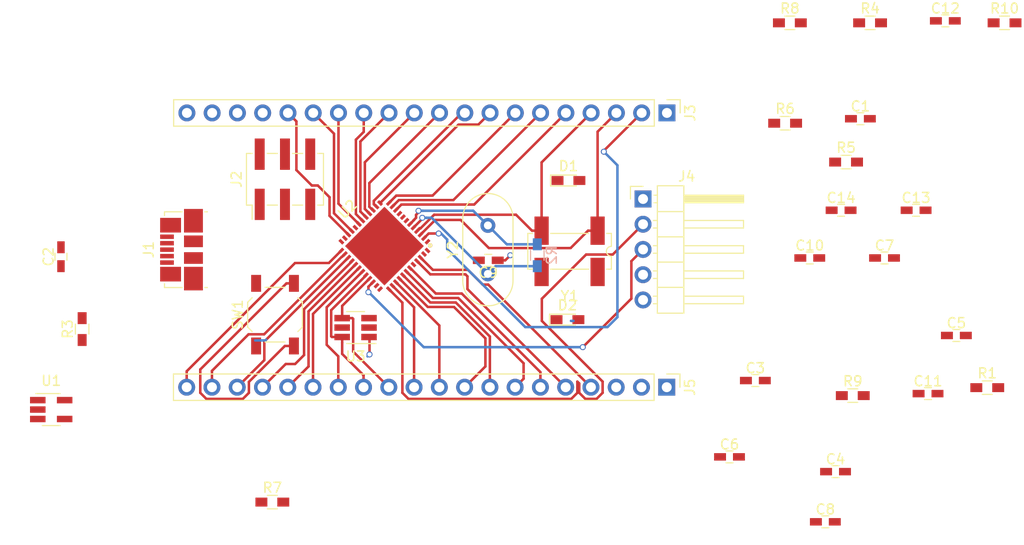
<source format=kicad_pcb>
(kicad_pcb (version 4) (host pcbnew 4.0.7)

  (general
    (links 126)
    (no_connects 76)
    (area 71.125 91.785713 239.958002 148.4)
    (thickness 1.6)
    (drawings 0)
    (tracks 236)
    (zones 0)
    (modules 37)
    (nets 56)
  )

  (page A4)
  (layers
    (0 F.Cu signal)
    (31 B.Cu signal)
    (32 B.Adhes user)
    (33 F.Adhes user)
    (34 B.Paste user)
    (35 F.Paste user)
    (36 B.SilkS user)
    (37 F.SilkS user)
    (38 B.Mask user)
    (39 F.Mask user)
    (40 Dwgs.User user)
    (41 Cmts.User user)
    (42 Eco1.User user)
    (43 Eco2.User user)
    (44 Edge.Cuts user)
    (45 Margin user)
    (46 B.CrtYd user)
    (47 F.CrtYd user)
    (48 B.Fab user)
    (49 F.Fab user)
  )

  (setup
    (last_trace_width 0.25)
    (trace_clearance 0.2)
    (zone_clearance 0.508)
    (zone_45_only no)
    (trace_min 0.2)
    (segment_width 0.2)
    (edge_width 0.15)
    (via_size 0.6)
    (via_drill 0.4)
    (via_min_size 0.4)
    (via_min_drill 0.3)
    (uvia_size 0.3)
    (uvia_drill 0.1)
    (uvias_allowed no)
    (uvia_min_size 0.2)
    (uvia_min_drill 0.1)
    (pcb_text_width 0.3)
    (pcb_text_size 1.5 1.5)
    (mod_edge_width 0.15)
    (mod_text_size 1 1)
    (mod_text_width 0.15)
    (pad_size 1.524 1.524)
    (pad_drill 0.762)
    (pad_to_mask_clearance 0.2)
    (aux_axis_origin 0 0)
    (visible_elements 7FFFFFFF)
    (pcbplotparams
      (layerselection 0x00030_80000001)
      (usegerberextensions false)
      (excludeedgelayer true)
      (linewidth 0.100000)
      (plotframeref false)
      (viasonmask false)
      (mode 1)
      (useauxorigin false)
      (hpglpennumber 1)
      (hpglpenspeed 20)
      (hpglpendiameter 15)
      (hpglpenoverlay 2)
      (psnegative false)
      (psa4output false)
      (plotreference true)
      (plotvalue true)
      (plotinvisibletext false)
      (padsonsilk false)
      (subtractmaskfromsilk false)
      (outputformat 1)
      (mirror false)
      (drillshape 1)
      (scaleselection 1)
      (outputdirectory ""))
  )

  (net 0 "")
  (net 1 +5V)
  (net 2 GND)
  (net 3 "Net-(C2-Pad1)")
  (net 4 /RESET)
  (net 5 VCC)
  (net 6 /PC14)
  (net 7 /PC15)
  (net 8 /OSCIN)
  (net 9 /OSCOUT)
  (net 10 "Net-(D1-Pad1)")
  (net 11 "Net-(D2-Pad1)")
  (net 12 "Net-(J2-Pad3)")
  (net 13 "Net-(J2-Pad4)")
  (net 14 /VBAT)
  (net 15 /PC13)
  (net 16 /PA0)
  (net 17 /PA1)
  (net 18 /PA2)
  (net 19 /PA3)
  (net 20 /PA4)
  (net 21 /PA5)
  (net 22 /PA6)
  (net 23 /PA7)
  (net 24 /PB0)
  (net 25 /PB1)
  (net 26 /PB10)
  (net 27 /PB11)
  (net 28 /VCC3v3)
  (net 29 /SWDCLK)
  (net 30 /SWDIO)
  (net 31 /PB9)
  (net 32 /PB8)
  (net 33 /PB7)
  (net 34 /PB6)
  (net 35 /PB5)
  (net 36 /PB4)
  (net 37 /PB3)
  (net 38 /PA15)
  (net 39 /PA12)
  (net 40 /PA11)
  (net 41 /PA10)
  (net 42 /PA9)
  (net 43 /PA8)
  (net 44 /PB15)
  (net 45 /PB14)
  (net 46 /PB13)
  (net 47 /PB12)
  (net 48 "Net-(R3-Pad1)")
  (net 49 "Net-(J1-Pad2)")
  (net 50 "Net-(R10-Pad1)")
  (net 51 "Net-(J1-Pad3)")
  (net 52 /BOOT0)
  (net 53 /BOOT1)
  (net 54 "Net-(J1-Pad4)")
  (net 55 "Net-(J1-Pad6)")

  (net_class Default "This is the default net class."
    (clearance 0.2)
    (trace_width 0.25)
    (via_dia 0.6)
    (via_drill 0.4)
    (uvia_dia 0.3)
    (uvia_drill 0.1)
    (add_net +5V)
    (add_net /BOOT0)
    (add_net /BOOT1)
    (add_net /OSCIN)
    (add_net /OSCOUT)
    (add_net /PA0)
    (add_net /PA1)
    (add_net /PA10)
    (add_net /PA11)
    (add_net /PA12)
    (add_net /PA15)
    (add_net /PA2)
    (add_net /PA3)
    (add_net /PA4)
    (add_net /PA5)
    (add_net /PA6)
    (add_net /PA7)
    (add_net /PA8)
    (add_net /PA9)
    (add_net /PB0)
    (add_net /PB1)
    (add_net /PB10)
    (add_net /PB11)
    (add_net /PB12)
    (add_net /PB13)
    (add_net /PB14)
    (add_net /PB15)
    (add_net /PB3)
    (add_net /PB4)
    (add_net /PB5)
    (add_net /PB6)
    (add_net /PB7)
    (add_net /PB8)
    (add_net /PB9)
    (add_net /PC13)
    (add_net /PC14)
    (add_net /PC15)
    (add_net /RESET)
    (add_net /SWDCLK)
    (add_net /SWDIO)
    (add_net /VBAT)
    (add_net /VCC3v3)
    (add_net GND)
    (add_net "Net-(C2-Pad1)")
    (add_net "Net-(D1-Pad1)")
    (add_net "Net-(D2-Pad1)")
    (add_net "Net-(J1-Pad2)")
    (add_net "Net-(J1-Pad3)")
    (add_net "Net-(J1-Pad4)")
    (add_net "Net-(J1-Pad6)")
    (add_net "Net-(J2-Pad3)")
    (add_net "Net-(J2-Pad4)")
    (add_net "Net-(R10-Pad1)")
    (add_net "Net-(R3-Pad1)")
    (add_net VCC)
  )

  (module Pin_Headers:Pin_Header_Straight_2x03_Pitch2.54mm_SMD (layer F.Cu) (tedit 59650532) (tstamp 59D75DA8)
    (at 85.8 104.875 90)
    (descr "surface-mounted straight pin header, 2x03, 2.54mm pitch, double rows")
    (tags "Surface mounted pin header SMD 2x03 2.54mm double row")
    (path /59D25C47)
    (attr smd)
    (fp_text reference J2 (at 0 -4.87 90) (layer F.SilkS)
      (effects (font (size 1 1) (thickness 0.15)))
    )
    (fp_text value Conn_02x03_Odd_Even (at 0 4.87 90) (layer F.Fab)
      (effects (font (size 1 1) (thickness 0.15)))
    )
    (fp_line (start 2.54 3.81) (end -2.54 3.81) (layer F.Fab) (width 0.1))
    (fp_line (start -1.59 -3.81) (end 2.54 -3.81) (layer F.Fab) (width 0.1))
    (fp_line (start -2.54 3.81) (end -2.54 -2.86) (layer F.Fab) (width 0.1))
    (fp_line (start -2.54 -2.86) (end -1.59 -3.81) (layer F.Fab) (width 0.1))
    (fp_line (start 2.54 -3.81) (end 2.54 3.81) (layer F.Fab) (width 0.1))
    (fp_line (start -2.54 -2.86) (end -3.6 -2.86) (layer F.Fab) (width 0.1))
    (fp_line (start -3.6 -2.86) (end -3.6 -2.22) (layer F.Fab) (width 0.1))
    (fp_line (start -3.6 -2.22) (end -2.54 -2.22) (layer F.Fab) (width 0.1))
    (fp_line (start 2.54 -2.86) (end 3.6 -2.86) (layer F.Fab) (width 0.1))
    (fp_line (start 3.6 -2.86) (end 3.6 -2.22) (layer F.Fab) (width 0.1))
    (fp_line (start 3.6 -2.22) (end 2.54 -2.22) (layer F.Fab) (width 0.1))
    (fp_line (start -2.54 -0.32) (end -3.6 -0.32) (layer F.Fab) (width 0.1))
    (fp_line (start -3.6 -0.32) (end -3.6 0.32) (layer F.Fab) (width 0.1))
    (fp_line (start -3.6 0.32) (end -2.54 0.32) (layer F.Fab) (width 0.1))
    (fp_line (start 2.54 -0.32) (end 3.6 -0.32) (layer F.Fab) (width 0.1))
    (fp_line (start 3.6 -0.32) (end 3.6 0.32) (layer F.Fab) (width 0.1))
    (fp_line (start 3.6 0.32) (end 2.54 0.32) (layer F.Fab) (width 0.1))
    (fp_line (start -2.54 2.22) (end -3.6 2.22) (layer F.Fab) (width 0.1))
    (fp_line (start -3.6 2.22) (end -3.6 2.86) (layer F.Fab) (width 0.1))
    (fp_line (start -3.6 2.86) (end -2.54 2.86) (layer F.Fab) (width 0.1))
    (fp_line (start 2.54 2.22) (end 3.6 2.22) (layer F.Fab) (width 0.1))
    (fp_line (start 3.6 2.22) (end 3.6 2.86) (layer F.Fab) (width 0.1))
    (fp_line (start 3.6 2.86) (end 2.54 2.86) (layer F.Fab) (width 0.1))
    (fp_line (start -2.6 -3.87) (end 2.6 -3.87) (layer F.SilkS) (width 0.12))
    (fp_line (start -2.6 3.87) (end 2.6 3.87) (layer F.SilkS) (width 0.12))
    (fp_line (start -4.04 -3.3) (end -2.6 -3.3) (layer F.SilkS) (width 0.12))
    (fp_line (start -2.6 -3.87) (end -2.6 -3.3) (layer F.SilkS) (width 0.12))
    (fp_line (start 2.6 -3.87) (end 2.6 -3.3) (layer F.SilkS) (width 0.12))
    (fp_line (start -2.6 3.3) (end -2.6 3.87) (layer F.SilkS) (width 0.12))
    (fp_line (start 2.6 3.3) (end 2.6 3.87) (layer F.SilkS) (width 0.12))
    (fp_line (start -2.6 -1.78) (end -2.6 -0.76) (layer F.SilkS) (width 0.12))
    (fp_line (start 2.6 -1.78) (end 2.6 -0.76) (layer F.SilkS) (width 0.12))
    (fp_line (start -2.6 0.76) (end -2.6 1.78) (layer F.SilkS) (width 0.12))
    (fp_line (start 2.6 0.76) (end 2.6 1.78) (layer F.SilkS) (width 0.12))
    (fp_line (start -5.9 -4.35) (end -5.9 4.35) (layer F.CrtYd) (width 0.05))
    (fp_line (start -5.9 4.35) (end 5.9 4.35) (layer F.CrtYd) (width 0.05))
    (fp_line (start 5.9 4.35) (end 5.9 -4.35) (layer F.CrtYd) (width 0.05))
    (fp_line (start 5.9 -4.35) (end -5.9 -4.35) (layer F.CrtYd) (width 0.05))
    (fp_text user %R (at 0 0 180) (layer F.Fab)
      (effects (font (size 1 1) (thickness 0.15)))
    )
    (pad 1 smd rect (at -2.525 -2.54 90) (size 3.15 1) (layers F.Cu F.Paste F.Mask)
      (net 5 VCC))
    (pad 2 smd rect (at 2.525 -2.54 90) (size 3.15 1) (layers F.Cu F.Paste F.Mask)
      (net 5 VCC))
    (pad 3 smd rect (at -2.525 0 90) (size 3.15 1) (layers F.Cu F.Paste F.Mask)
      (net 12 "Net-(J2-Pad3)"))
    (pad 4 smd rect (at 2.525 0 90) (size 3.15 1) (layers F.Cu F.Paste F.Mask)
      (net 13 "Net-(J2-Pad4)"))
    (pad 5 smd rect (at -2.525 2.54 90) (size 3.15 1) (layers F.Cu F.Paste F.Mask)
      (net 2 GND))
    (pad 6 smd rect (at 2.525 2.54 90) (size 3.15 1) (layers F.Cu F.Paste F.Mask)
      (net 2 GND))
    (model ${KISYS3DMOD}/Pin_Headers.3dshapes/Pin_Header_Straight_2x03_Pitch2.54mm_SMD.wrl
      (at (xyz 0 0 0))
      (scale (xyz 1 1 1))
      (rotate (xyz 0 0 0))
    )
  )

  (module Pin_Headers:Pin_Header_Straight_1x20_Pitch2.54mm (layer F.Cu) (tedit 59650532) (tstamp 59D75DC0)
    (at 124.2 98.2 270)
    (descr "Through hole straight pin header, 1x20, 2.54mm pitch, single row")
    (tags "Through hole pin header THT 1x20 2.54mm single row")
    (path /59D390CF)
    (fp_text reference J3 (at 0 -2.33 270) (layer F.SilkS)
      (effects (font (size 1 1) (thickness 0.15)))
    )
    (fp_text value Conn_01x20_des (at 0 50.59 270) (layer F.Fab)
      (effects (font (size 1 1) (thickness 0.15)))
    )
    (fp_line (start -0.635 -1.27) (end 1.27 -1.27) (layer F.Fab) (width 0.1))
    (fp_line (start 1.27 -1.27) (end 1.27 49.53) (layer F.Fab) (width 0.1))
    (fp_line (start 1.27 49.53) (end -1.27 49.53) (layer F.Fab) (width 0.1))
    (fp_line (start -1.27 49.53) (end -1.27 -0.635) (layer F.Fab) (width 0.1))
    (fp_line (start -1.27 -0.635) (end -0.635 -1.27) (layer F.Fab) (width 0.1))
    (fp_line (start -1.33 49.59) (end 1.33 49.59) (layer F.SilkS) (width 0.12))
    (fp_line (start -1.33 1.27) (end -1.33 49.59) (layer F.SilkS) (width 0.12))
    (fp_line (start 1.33 1.27) (end 1.33 49.59) (layer F.SilkS) (width 0.12))
    (fp_line (start -1.33 1.27) (end 1.33 1.27) (layer F.SilkS) (width 0.12))
    (fp_line (start -1.33 0) (end -1.33 -1.33) (layer F.SilkS) (width 0.12))
    (fp_line (start -1.33 -1.33) (end 0 -1.33) (layer F.SilkS) (width 0.12))
    (fp_line (start -1.8 -1.8) (end -1.8 50.05) (layer F.CrtYd) (width 0.05))
    (fp_line (start -1.8 50.05) (end 1.8 50.05) (layer F.CrtYd) (width 0.05))
    (fp_line (start 1.8 50.05) (end 1.8 -1.8) (layer F.CrtYd) (width 0.05))
    (fp_line (start 1.8 -1.8) (end -1.8 -1.8) (layer F.CrtYd) (width 0.05))
    (fp_text user %R (at 0 24.13 360) (layer F.Fab)
      (effects (font (size 1 1) (thickness 0.15)))
    )
    (pad 1 thru_hole rect (at 0 0 270) (size 1.7 1.7) (drill 1) (layers *.Cu *.Mask)
      (net 14 /VBAT))
    (pad 2 thru_hole oval (at 0 2.54 270) (size 1.7 1.7) (drill 1) (layers *.Cu *.Mask)
      (net 15 /PC13))
    (pad 3 thru_hole oval (at 0 5.08 270) (size 1.7 1.7) (drill 1) (layers *.Cu *.Mask)
      (net 6 /PC14))
    (pad 4 thru_hole oval (at 0 7.62 270) (size 1.7 1.7) (drill 1) (layers *.Cu *.Mask)
      (net 7 /PC15))
    (pad 5 thru_hole oval (at 0 10.16 270) (size 1.7 1.7) (drill 1) (layers *.Cu *.Mask)
      (net 16 /PA0))
    (pad 6 thru_hole oval (at 0 12.7 270) (size 1.7 1.7) (drill 1) (layers *.Cu *.Mask)
      (net 17 /PA1))
    (pad 7 thru_hole oval (at 0 15.24 270) (size 1.7 1.7) (drill 1) (layers *.Cu *.Mask)
      (net 18 /PA2))
    (pad 8 thru_hole oval (at 0 17.78 270) (size 1.7 1.7) (drill 1) (layers *.Cu *.Mask)
      (net 19 /PA3))
    (pad 9 thru_hole oval (at 0 20.32 270) (size 1.7 1.7) (drill 1) (layers *.Cu *.Mask)
      (net 20 /PA4))
    (pad 10 thru_hole oval (at 0 22.86 270) (size 1.7 1.7) (drill 1) (layers *.Cu *.Mask)
      (net 21 /PA5))
    (pad 11 thru_hole oval (at 0 25.4 270) (size 1.7 1.7) (drill 1) (layers *.Cu *.Mask)
      (net 22 /PA6))
    (pad 12 thru_hole oval (at 0 27.94 270) (size 1.7 1.7) (drill 1) (layers *.Cu *.Mask)
      (net 23 /PA7))
    (pad 13 thru_hole oval (at 0 30.48 270) (size 1.7 1.7) (drill 1) (layers *.Cu *.Mask)
      (net 24 /PB0))
    (pad 14 thru_hole oval (at 0 33.02 270) (size 1.7 1.7) (drill 1) (layers *.Cu *.Mask)
      (net 25 /PB1))
    (pad 15 thru_hole oval (at 0 35.56 270) (size 1.7 1.7) (drill 1) (layers *.Cu *.Mask)
      (net 26 /PB10))
    (pad 16 thru_hole oval (at 0 38.1 270) (size 1.7 1.7) (drill 1) (layers *.Cu *.Mask)
      (net 27 /PB11))
    (pad 17 thru_hole oval (at 0 40.64 270) (size 1.7 1.7) (drill 1) (layers *.Cu *.Mask)
      (net 4 /RESET))
    (pad 18 thru_hole oval (at 0 43.18 270) (size 1.7 1.7) (drill 1) (layers *.Cu *.Mask)
      (net 28 /VCC3v3))
    (pad 19 thru_hole oval (at 0 45.72 270) (size 1.7 1.7) (drill 1) (layers *.Cu *.Mask)
      (net 2 GND))
    (pad 20 thru_hole oval (at 0 48.26 270) (size 1.7 1.7) (drill 1) (layers *.Cu *.Mask)
      (net 2 GND))
    (model ${KISYS3DMOD}/Pin_Headers.3dshapes/Pin_Header_Straight_1x20_Pitch2.54mm.wrl
      (at (xyz 0 0 0))
      (scale (xyz 1 1 1))
      (rotate (xyz 0 0 0))
    )
  )

  (module Crystals:Crystal_SMD_SeikoEpson_MC306-4pin_8.0x3.2mm_HandSoldering (layer F.Cu) (tedit 58CD2E9D) (tstamp 59DA1CF5)
    (at 114.415 112.125 180)
    (descr "SMD Crystal Seiko Epson MC-306 https://support.epson.biz/td/api/doc_check.php?dl=brief_MC-306_en.pdf, hand-soldering, 8.0x3.2mm^2 package")
    (tags "SMD SMT crystal hand-soldering")
    (path /59D2B76B)
    (attr smd)
    (fp_text reference Y1 (at 0 -4.5 180) (layer F.SilkS)
      (effects (font (size 1 1) (thickness 0.15)))
    )
    (fp_text value 32.786K (at 0 4.5 180) (layer F.Fab)
      (effects (font (size 1 1) (thickness 0.15)))
    )
    (fp_text user %R (at 0 0 180) (layer F.Fab)
      (effects (font (size 1 1) (thickness 0.15)))
    )
    (fp_line (start -4 -0.5) (end -4 -1.6) (layer F.Fab) (width 0.1))
    (fp_line (start -4 -1.6) (end 4 -1.6) (layer F.Fab) (width 0.1))
    (fp_line (start 4 -1.6) (end 4 1.6) (layer F.Fab) (width 0.1))
    (fp_line (start 4 1.6) (end -4 1.6) (layer F.Fab) (width 0.1))
    (fp_line (start -4 1.6) (end -4 0.5) (layer F.Fab) (width 0.1))
    (fp_line (start 3.73 -1.8) (end 4.2 -1.8) (layer F.SilkS) (width 0.12))
    (fp_line (start 4.2 -1.8) (end 4.2 1.8) (layer F.SilkS) (width 0.12))
    (fp_line (start 4.2 1.8) (end 3.73 1.8) (layer F.SilkS) (width 0.12))
    (fp_line (start -1.9 -1.8) (end 1.9 -1.8) (layer F.SilkS) (width 0.12))
    (fp_line (start -4.2 -0.5) (end -4.2 -1.8) (layer F.SilkS) (width 0.12))
    (fp_line (start -4.2 1.8) (end -4.2 0.5) (layer F.SilkS) (width 0.12))
    (fp_line (start -4.2 -1.8) (end -3.73 -1.8) (layer F.SilkS) (width 0.12))
    (fp_line (start -4.2 1.8) (end -3.73 1.8) (layer F.SilkS) (width 0.12))
    (fp_line (start 1.9 1.8) (end -1.9 1.8) (layer F.SilkS) (width 0.12))
    (fp_line (start -4.3 -3.8) (end -4.3 3.8) (layer F.CrtYd) (width 0.05))
    (fp_line (start -4.3 3.8) (end 4.3 3.8) (layer F.CrtYd) (width 0.05))
    (fp_line (start 4.3 3.8) (end 4.3 -3.8) (layer F.CrtYd) (width 0.05))
    (fp_line (start 4.3 -3.8) (end -4.3 -3.8) (layer F.CrtYd) (width 0.05))
    (fp_arc (start -4 0) (end -4 -0.5) (angle 180) (layer F.Fab) (width 0.1))
    (fp_arc (start -4.2 0) (end -4.2 -0.5) (angle 180) (layer F.SilkS) (width 0.12))
    (pad 1 smd rect (at -2.815 2.075 180) (size 1.43 2.85) (layers F.Cu F.Paste F.Mask)
      (net 6 /PC14))
    (pad 2 smd rect (at 2.815 2.075 180) (size 1.43 2.85) (layers F.Cu F.Paste F.Mask)
      (net 7 /PC15))
    (pad 3 smd rect (at 2.815 -2.075 180) (size 1.43 2.85) (layers F.Cu F.Paste F.Mask))
    (pad 4 smd rect (at -2.815 -2.075 180) (size 1.43 2.85) (layers F.Cu F.Paste F.Mask))
    (model ${KISYS3DMOD}/Crystals.3dshapes/Crystal_SMD_SeikoEpson_MC306-4pin_8.0x3.2mm_HandSoldering.wrl
      (at (xyz 0 0 0))
      (scale (xyz 1 1 1))
      (rotate (xyz 0 0 0))
    )
  )

  (module Capacitors_SMD:C_0603_HandSoldering (layer F.Cu) (tedit 58AA848B) (tstamp 59D75D44)
    (at 143.649428 98.785)
    (descr "Capacitor SMD 0603, hand soldering")
    (tags "capacitor 0603")
    (path /59D36775)
    (attr smd)
    (fp_text reference C1 (at 0 -1.25) (layer F.SilkS)
      (effects (font (size 1 1) (thickness 0.15)))
    )
    (fp_text value 223,0603 (at 0 1.5) (layer F.Fab)
      (effects (font (size 1 1) (thickness 0.15)))
    )
    (fp_text user %R (at 0 -1.25) (layer F.Fab)
      (effects (font (size 1 1) (thickness 0.15)))
    )
    (fp_line (start -0.8 0.4) (end -0.8 -0.4) (layer F.Fab) (width 0.1))
    (fp_line (start 0.8 0.4) (end -0.8 0.4) (layer F.Fab) (width 0.1))
    (fp_line (start 0.8 -0.4) (end 0.8 0.4) (layer F.Fab) (width 0.1))
    (fp_line (start -0.8 -0.4) (end 0.8 -0.4) (layer F.Fab) (width 0.1))
    (fp_line (start -0.35 -0.6) (end 0.35 -0.6) (layer F.SilkS) (width 0.12))
    (fp_line (start 0.35 0.6) (end -0.35 0.6) (layer F.SilkS) (width 0.12))
    (fp_line (start -1.8 -0.65) (end 1.8 -0.65) (layer F.CrtYd) (width 0.05))
    (fp_line (start -1.8 -0.65) (end -1.8 0.65) (layer F.CrtYd) (width 0.05))
    (fp_line (start 1.8 0.65) (end 1.8 -0.65) (layer F.CrtYd) (width 0.05))
    (fp_line (start 1.8 0.65) (end -1.8 0.65) (layer F.CrtYd) (width 0.05))
    (pad 1 smd rect (at -0.95 0) (size 1.2 0.75) (layers F.Cu F.Paste F.Mask)
      (net 1 +5V))
    (pad 2 smd rect (at 0.95 0) (size 1.2 0.75) (layers F.Cu F.Paste F.Mask)
      (net 2 GND))
    (model Capacitors_SMD.3dshapes/C_0603.wrl
      (at (xyz 0 0 0))
      (scale (xyz 1 1 1))
      (rotate (xyz 0 0 0))
    )
  )

  (module Capacitors_SMD:C_0603_HandSoldering (layer F.Cu) (tedit 58AA848B) (tstamp 59D75D4A)
    (at 63.28 112.67 90)
    (descr "Capacitor SMD 0603, hand soldering")
    (tags "capacitor 0603")
    (path /59D36801)
    (attr smd)
    (fp_text reference C2 (at 0 -1.25 90) (layer F.SilkS)
      (effects (font (size 1 1) (thickness 0.15)))
    )
    (fp_text value 223,0603 (at 0 1.5 90) (layer F.Fab)
      (effects (font (size 1 1) (thickness 0.15)))
    )
    (fp_text user %R (at 0 -1.25 90) (layer F.Fab)
      (effects (font (size 1 1) (thickness 0.15)))
    )
    (fp_line (start -0.8 0.4) (end -0.8 -0.4) (layer F.Fab) (width 0.1))
    (fp_line (start 0.8 0.4) (end -0.8 0.4) (layer F.Fab) (width 0.1))
    (fp_line (start 0.8 -0.4) (end 0.8 0.4) (layer F.Fab) (width 0.1))
    (fp_line (start -0.8 -0.4) (end 0.8 -0.4) (layer F.Fab) (width 0.1))
    (fp_line (start -0.35 -0.6) (end 0.35 -0.6) (layer F.SilkS) (width 0.12))
    (fp_line (start 0.35 0.6) (end -0.35 0.6) (layer F.SilkS) (width 0.12))
    (fp_line (start -1.8 -0.65) (end 1.8 -0.65) (layer F.CrtYd) (width 0.05))
    (fp_line (start -1.8 -0.65) (end -1.8 0.65) (layer F.CrtYd) (width 0.05))
    (fp_line (start 1.8 0.65) (end 1.8 -0.65) (layer F.CrtYd) (width 0.05))
    (fp_line (start 1.8 0.65) (end -1.8 0.65) (layer F.CrtYd) (width 0.05))
    (pad 1 smd rect (at -0.95 0 90) (size 1.2 0.75) (layers F.Cu F.Paste F.Mask)
      (net 3 "Net-(C2-Pad1)"))
    (pad 2 smd rect (at 0.95 0 90) (size 1.2 0.75) (layers F.Cu F.Paste F.Mask)
      (net 2 GND))
    (model Capacitors_SMD.3dshapes/C_0603.wrl
      (at (xyz 0 0 0))
      (scale (xyz 1 1 1))
      (rotate (xyz 0 0 0))
    )
  )

  (module Capacitors_SMD:C_0603_HandSoldering (layer F.Cu) (tedit 58AA848B) (tstamp 59D75D50)
    (at 133.09 125.13)
    (descr "Capacitor SMD 0603, hand soldering")
    (tags "capacitor 0603")
    (path /59D26968)
    (attr smd)
    (fp_text reference C3 (at 0 -1.25) (layer F.SilkS)
      (effects (font (size 1 1) (thickness 0.15)))
    )
    (fp_text value 105,0603 (at 0 1.5) (layer F.Fab)
      (effects (font (size 1 1) (thickness 0.15)))
    )
    (fp_text user %R (at 0 -1.25) (layer F.Fab)
      (effects (font (size 1 1) (thickness 0.15)))
    )
    (fp_line (start -0.8 0.4) (end -0.8 -0.4) (layer F.Fab) (width 0.1))
    (fp_line (start 0.8 0.4) (end -0.8 0.4) (layer F.Fab) (width 0.1))
    (fp_line (start 0.8 -0.4) (end 0.8 0.4) (layer F.Fab) (width 0.1))
    (fp_line (start -0.8 -0.4) (end 0.8 -0.4) (layer F.Fab) (width 0.1))
    (fp_line (start -0.35 -0.6) (end 0.35 -0.6) (layer F.SilkS) (width 0.12))
    (fp_line (start 0.35 0.6) (end -0.35 0.6) (layer F.SilkS) (width 0.12))
    (fp_line (start -1.8 -0.65) (end 1.8 -0.65) (layer F.CrtYd) (width 0.05))
    (fp_line (start -1.8 -0.65) (end -1.8 0.65) (layer F.CrtYd) (width 0.05))
    (fp_line (start 1.8 0.65) (end 1.8 -0.65) (layer F.CrtYd) (width 0.05))
    (fp_line (start 1.8 0.65) (end -1.8 0.65) (layer F.CrtYd) (width 0.05))
    (pad 1 smd rect (at -0.95 0) (size 1.2 0.75) (layers F.Cu F.Paste F.Mask)
      (net 4 /RESET))
    (pad 2 smd rect (at 0.95 0) (size 1.2 0.75) (layers F.Cu F.Paste F.Mask)
      (net 2 GND))
    (model Capacitors_SMD.3dshapes/C_0603.wrl
      (at (xyz 0 0 0))
      (scale (xyz 1 1 1))
      (rotate (xyz 0 0 0))
    )
  )

  (module Capacitors_SMD:C_0603_HandSoldering (layer F.Cu) (tedit 58AA848B) (tstamp 59D75D56)
    (at 141.149428 134.295)
    (descr "Capacitor SMD 0603, hand soldering")
    (tags "capacitor 0603")
    (path /59D37775)
    (attr smd)
    (fp_text reference C4 (at 0 -1.25) (layer F.SilkS)
      (effects (font (size 1 1) (thickness 0.15)))
    )
    (fp_text value 106,0603 (at 0 1.5) (layer F.Fab)
      (effects (font (size 1 1) (thickness 0.15)))
    )
    (fp_text user %R (at 0 -1.25) (layer F.Fab)
      (effects (font (size 1 1) (thickness 0.15)))
    )
    (fp_line (start -0.8 0.4) (end -0.8 -0.4) (layer F.Fab) (width 0.1))
    (fp_line (start 0.8 0.4) (end -0.8 0.4) (layer F.Fab) (width 0.1))
    (fp_line (start 0.8 -0.4) (end 0.8 0.4) (layer F.Fab) (width 0.1))
    (fp_line (start -0.8 -0.4) (end 0.8 -0.4) (layer F.Fab) (width 0.1))
    (fp_line (start -0.35 -0.6) (end 0.35 -0.6) (layer F.SilkS) (width 0.12))
    (fp_line (start 0.35 0.6) (end -0.35 0.6) (layer F.SilkS) (width 0.12))
    (fp_line (start -1.8 -0.65) (end 1.8 -0.65) (layer F.CrtYd) (width 0.05))
    (fp_line (start -1.8 -0.65) (end -1.8 0.65) (layer F.CrtYd) (width 0.05))
    (fp_line (start 1.8 0.65) (end 1.8 -0.65) (layer F.CrtYd) (width 0.05))
    (fp_line (start 1.8 0.65) (end -1.8 0.65) (layer F.CrtYd) (width 0.05))
    (pad 1 smd rect (at -0.95 0) (size 1.2 0.75) (layers F.Cu F.Paste F.Mask)
      (net 5 VCC))
    (pad 2 smd rect (at 0.95 0) (size 1.2 0.75) (layers F.Cu F.Paste F.Mask)
      (net 2 GND))
    (model Capacitors_SMD.3dshapes/C_0603.wrl
      (at (xyz 0 0 0))
      (scale (xyz 1 1 1))
      (rotate (xyz 0 0 0))
    )
  )

  (module Capacitors_SMD:C_0603_HandSoldering (layer F.Cu) (tedit 58AA848B) (tstamp 59D75D5C)
    (at 153.299428 120.595)
    (descr "Capacitor SMD 0603, hand soldering")
    (tags "capacitor 0603")
    (path /59D37845)
    (attr smd)
    (fp_text reference C5 (at 0 -1.25) (layer F.SilkS)
      (effects (font (size 1 1) (thickness 0.15)))
    )
    (fp_text value 104,0603 (at 0 1.5) (layer F.Fab)
      (effects (font (size 1 1) (thickness 0.15)))
    )
    (fp_text user %R (at 0 -1.25) (layer F.Fab)
      (effects (font (size 1 1) (thickness 0.15)))
    )
    (fp_line (start -0.8 0.4) (end -0.8 -0.4) (layer F.Fab) (width 0.1))
    (fp_line (start 0.8 0.4) (end -0.8 0.4) (layer F.Fab) (width 0.1))
    (fp_line (start 0.8 -0.4) (end 0.8 0.4) (layer F.Fab) (width 0.1))
    (fp_line (start -0.8 -0.4) (end 0.8 -0.4) (layer F.Fab) (width 0.1))
    (fp_line (start -0.35 -0.6) (end 0.35 -0.6) (layer F.SilkS) (width 0.12))
    (fp_line (start 0.35 0.6) (end -0.35 0.6) (layer F.SilkS) (width 0.12))
    (fp_line (start -1.8 -0.65) (end 1.8 -0.65) (layer F.CrtYd) (width 0.05))
    (fp_line (start -1.8 -0.65) (end -1.8 0.65) (layer F.CrtYd) (width 0.05))
    (fp_line (start 1.8 0.65) (end 1.8 -0.65) (layer F.CrtYd) (width 0.05))
    (fp_line (start 1.8 0.65) (end -1.8 0.65) (layer F.CrtYd) (width 0.05))
    (pad 1 smd rect (at -0.95 0) (size 1.2 0.75) (layers F.Cu F.Paste F.Mask)
      (net 5 VCC))
    (pad 2 smd rect (at 0.95 0) (size 1.2 0.75) (layers F.Cu F.Paste F.Mask)
      (net 2 GND))
    (model Capacitors_SMD.3dshapes/C_0603.wrl
      (at (xyz 0 0 0))
      (scale (xyz 1 1 1))
      (rotate (xyz 0 0 0))
    )
  )

  (module Capacitors_SMD:C_0603_HandSoldering (layer F.Cu) (tedit 58AA848B) (tstamp 59D75D62)
    (at 130.49 132.81)
    (descr "Capacitor SMD 0603, hand soldering")
    (tags "capacitor 0603")
    (path /59D28927)
    (attr smd)
    (fp_text reference C6 (at 0 -1.25) (layer F.SilkS)
      (effects (font (size 1 1) (thickness 0.15)))
    )
    (fp_text value 20p,0603 (at 0 1.5) (layer F.Fab)
      (effects (font (size 1 1) (thickness 0.15)))
    )
    (fp_text user %R (at 0 -1.25) (layer F.Fab)
      (effects (font (size 1 1) (thickness 0.15)))
    )
    (fp_line (start -0.8 0.4) (end -0.8 -0.4) (layer F.Fab) (width 0.1))
    (fp_line (start 0.8 0.4) (end -0.8 0.4) (layer F.Fab) (width 0.1))
    (fp_line (start 0.8 -0.4) (end 0.8 0.4) (layer F.Fab) (width 0.1))
    (fp_line (start -0.8 -0.4) (end 0.8 -0.4) (layer F.Fab) (width 0.1))
    (fp_line (start -0.35 -0.6) (end 0.35 -0.6) (layer F.SilkS) (width 0.12))
    (fp_line (start 0.35 0.6) (end -0.35 0.6) (layer F.SilkS) (width 0.12))
    (fp_line (start -1.8 -0.65) (end 1.8 -0.65) (layer F.CrtYd) (width 0.05))
    (fp_line (start -1.8 -0.65) (end -1.8 0.65) (layer F.CrtYd) (width 0.05))
    (fp_line (start 1.8 0.65) (end 1.8 -0.65) (layer F.CrtYd) (width 0.05))
    (fp_line (start 1.8 0.65) (end -1.8 0.65) (layer F.CrtYd) (width 0.05))
    (pad 1 smd rect (at -0.95 0) (size 1.2 0.75) (layers F.Cu F.Paste F.Mask)
      (net 6 /PC14))
    (pad 2 smd rect (at 0.95 0) (size 1.2 0.75) (layers F.Cu F.Paste F.Mask)
      (net 2 GND))
    (model Capacitors_SMD.3dshapes/C_0603.wrl
      (at (xyz 0 0 0))
      (scale (xyz 1 1 1))
      (rotate (xyz 0 0 0))
    )
  )

  (module Capacitors_SMD:C_0603_HandSoldering (layer F.Cu) (tedit 58AA848B) (tstamp 59D75D68)
    (at 146.075619 112.795)
    (descr "Capacitor SMD 0603, hand soldering")
    (tags "capacitor 0603")
    (path /59D28966)
    (attr smd)
    (fp_text reference C7 (at 0 -1.25) (layer F.SilkS)
      (effects (font (size 1 1) (thickness 0.15)))
    )
    (fp_text value 20p,0603 (at 0 1.5) (layer F.Fab)
      (effects (font (size 1 1) (thickness 0.15)))
    )
    (fp_text user %R (at 0 -1.25) (layer F.Fab)
      (effects (font (size 1 1) (thickness 0.15)))
    )
    (fp_line (start -0.8 0.4) (end -0.8 -0.4) (layer F.Fab) (width 0.1))
    (fp_line (start 0.8 0.4) (end -0.8 0.4) (layer F.Fab) (width 0.1))
    (fp_line (start 0.8 -0.4) (end 0.8 0.4) (layer F.Fab) (width 0.1))
    (fp_line (start -0.8 -0.4) (end 0.8 -0.4) (layer F.Fab) (width 0.1))
    (fp_line (start -0.35 -0.6) (end 0.35 -0.6) (layer F.SilkS) (width 0.12))
    (fp_line (start 0.35 0.6) (end -0.35 0.6) (layer F.SilkS) (width 0.12))
    (fp_line (start -1.8 -0.65) (end 1.8 -0.65) (layer F.CrtYd) (width 0.05))
    (fp_line (start -1.8 -0.65) (end -1.8 0.65) (layer F.CrtYd) (width 0.05))
    (fp_line (start 1.8 0.65) (end 1.8 -0.65) (layer F.CrtYd) (width 0.05))
    (fp_line (start 1.8 0.65) (end -1.8 0.65) (layer F.CrtYd) (width 0.05))
    (pad 1 smd rect (at -0.95 0) (size 1.2 0.75) (layers F.Cu F.Paste F.Mask)
      (net 7 /PC15))
    (pad 2 smd rect (at 0.95 0) (size 1.2 0.75) (layers F.Cu F.Paste F.Mask)
      (net 2 GND))
    (model Capacitors_SMD.3dshapes/C_0603.wrl
      (at (xyz 0 0 0))
      (scale (xyz 1 1 1))
      (rotate (xyz 0 0 0))
    )
  )

  (module Capacitors_SMD:C_0603_HandSoldering (layer F.Cu) (tedit 58AA848B) (tstamp 59D75D6E)
    (at 140.125619 139.345)
    (descr "Capacitor SMD 0603, hand soldering")
    (tags "capacitor 0603")
    (path /59D2BCE8)
    (attr smd)
    (fp_text reference C8 (at 0 -1.25) (layer F.SilkS)
      (effects (font (size 1 1) (thickness 0.15)))
    )
    (fp_text value 20p,0603 (at 0 1.5) (layer F.Fab)
      (effects (font (size 1 1) (thickness 0.15)))
    )
    (fp_text user %R (at 0 -1.25) (layer F.Fab)
      (effects (font (size 1 1) (thickness 0.15)))
    )
    (fp_line (start -0.8 0.4) (end -0.8 -0.4) (layer F.Fab) (width 0.1))
    (fp_line (start 0.8 0.4) (end -0.8 0.4) (layer F.Fab) (width 0.1))
    (fp_line (start 0.8 -0.4) (end 0.8 0.4) (layer F.Fab) (width 0.1))
    (fp_line (start -0.8 -0.4) (end 0.8 -0.4) (layer F.Fab) (width 0.1))
    (fp_line (start -0.35 -0.6) (end 0.35 -0.6) (layer F.SilkS) (width 0.12))
    (fp_line (start 0.35 0.6) (end -0.35 0.6) (layer F.SilkS) (width 0.12))
    (fp_line (start -1.8 -0.65) (end 1.8 -0.65) (layer F.CrtYd) (width 0.05))
    (fp_line (start -1.8 -0.65) (end -1.8 0.65) (layer F.CrtYd) (width 0.05))
    (fp_line (start 1.8 0.65) (end 1.8 -0.65) (layer F.CrtYd) (width 0.05))
    (fp_line (start 1.8 0.65) (end -1.8 0.65) (layer F.CrtYd) (width 0.05))
    (pad 1 smd rect (at -0.95 0) (size 1.2 0.75) (layers F.Cu F.Paste F.Mask)
      (net 8 /OSCIN))
    (pad 2 smd rect (at 0.95 0) (size 1.2 0.75) (layers F.Cu F.Paste F.Mask)
      (net 2 GND))
    (model Capacitors_SMD.3dshapes/C_0603.wrl
      (at (xyz 0 0 0))
      (scale (xyz 1 1 1))
      (rotate (xyz 0 0 0))
    )
  )

  (module Capacitors_SMD:C_0603_HandSoldering (layer F.Cu) (tedit 58AA848B) (tstamp 59D75D74)
    (at 106.238 113.03 180)
    (descr "Capacitor SMD 0603, hand soldering")
    (tags "capacitor 0603")
    (path /59D2BD5A)
    (attr smd)
    (fp_text reference C9 (at 0 -1.25 180) (layer F.SilkS)
      (effects (font (size 1 1) (thickness 0.15)))
    )
    (fp_text value 20p,0603 (at 0 1.5 180) (layer F.Fab)
      (effects (font (size 1 1) (thickness 0.15)))
    )
    (fp_text user %R (at 0 -1.25 180) (layer F.Fab)
      (effects (font (size 1 1) (thickness 0.15)))
    )
    (fp_line (start -0.8 0.4) (end -0.8 -0.4) (layer F.Fab) (width 0.1))
    (fp_line (start 0.8 0.4) (end -0.8 0.4) (layer F.Fab) (width 0.1))
    (fp_line (start 0.8 -0.4) (end 0.8 0.4) (layer F.Fab) (width 0.1))
    (fp_line (start -0.8 -0.4) (end 0.8 -0.4) (layer F.Fab) (width 0.1))
    (fp_line (start -0.35 -0.6) (end 0.35 -0.6) (layer F.SilkS) (width 0.12))
    (fp_line (start 0.35 0.6) (end -0.35 0.6) (layer F.SilkS) (width 0.12))
    (fp_line (start -1.8 -0.65) (end 1.8 -0.65) (layer F.CrtYd) (width 0.05))
    (fp_line (start -1.8 -0.65) (end -1.8 0.65) (layer F.CrtYd) (width 0.05))
    (fp_line (start 1.8 0.65) (end 1.8 -0.65) (layer F.CrtYd) (width 0.05))
    (fp_line (start 1.8 0.65) (end -1.8 0.65) (layer F.CrtYd) (width 0.05))
    (pad 1 smd rect (at -0.95 0 180) (size 1.2 0.75) (layers F.Cu F.Paste F.Mask)
      (net 9 /OSCOUT))
    (pad 2 smd rect (at 0.95 0 180) (size 1.2 0.75) (layers F.Cu F.Paste F.Mask)
      (net 2 GND))
    (model Capacitors_SMD.3dshapes/C_0603.wrl
      (at (xyz 0 0 0))
      (scale (xyz 1 1 1))
      (rotate (xyz 0 0 0))
    )
  )

  (module Capacitors_SMD:C_0603_HandSoldering (layer F.Cu) (tedit 58AA848B) (tstamp 59D75D7A)
    (at 138.559428 112.795)
    (descr "Capacitor SMD 0603, hand soldering")
    (tags "capacitor 0603")
    (path /59D28BD0)
    (attr smd)
    (fp_text reference C10 (at 0 -1.25) (layer F.SilkS)
      (effects (font (size 1 1) (thickness 0.15)))
    )
    (fp_text value 104,0603 (at 0 1.5) (layer F.Fab)
      (effects (font (size 1 1) (thickness 0.15)))
    )
    (fp_text user %R (at 0 -1.25) (layer F.Fab)
      (effects (font (size 1 1) (thickness 0.15)))
    )
    (fp_line (start -0.8 0.4) (end -0.8 -0.4) (layer F.Fab) (width 0.1))
    (fp_line (start 0.8 0.4) (end -0.8 0.4) (layer F.Fab) (width 0.1))
    (fp_line (start 0.8 -0.4) (end 0.8 0.4) (layer F.Fab) (width 0.1))
    (fp_line (start -0.8 -0.4) (end 0.8 -0.4) (layer F.Fab) (width 0.1))
    (fp_line (start -0.35 -0.6) (end 0.35 -0.6) (layer F.SilkS) (width 0.12))
    (fp_line (start 0.35 0.6) (end -0.35 0.6) (layer F.SilkS) (width 0.12))
    (fp_line (start -1.8 -0.65) (end 1.8 -0.65) (layer F.CrtYd) (width 0.05))
    (fp_line (start -1.8 -0.65) (end -1.8 0.65) (layer F.CrtYd) (width 0.05))
    (fp_line (start 1.8 0.65) (end 1.8 -0.65) (layer F.CrtYd) (width 0.05))
    (fp_line (start 1.8 0.65) (end -1.8 0.65) (layer F.CrtYd) (width 0.05))
    (pad 1 smd rect (at -0.95 0) (size 1.2 0.75) (layers F.Cu F.Paste F.Mask)
      (net 5 VCC))
    (pad 2 smd rect (at 0.95 0) (size 1.2 0.75) (layers F.Cu F.Paste F.Mask)
      (net 2 GND))
    (model Capacitors_SMD.3dshapes/C_0603.wrl
      (at (xyz 0 0 0))
      (scale (xyz 1 1 1))
      (rotate (xyz 0 0 0))
    )
  )

  (module Capacitors_SMD:C_0603_HandSoldering (layer F.Cu) (tedit 58AA848B) (tstamp 59D75D80)
    (at 150.449428 126.445)
    (descr "Capacitor SMD 0603, hand soldering")
    (tags "capacitor 0603")
    (path /59D28C89)
    (attr smd)
    (fp_text reference C11 (at 0 -1.25) (layer F.SilkS)
      (effects (font (size 1 1) (thickness 0.15)))
    )
    (fp_text value 104,0603 (at 0 1.5) (layer F.Fab)
      (effects (font (size 1 1) (thickness 0.15)))
    )
    (fp_text user %R (at 0 -1.25) (layer F.Fab)
      (effects (font (size 1 1) (thickness 0.15)))
    )
    (fp_line (start -0.8 0.4) (end -0.8 -0.4) (layer F.Fab) (width 0.1))
    (fp_line (start 0.8 0.4) (end -0.8 0.4) (layer F.Fab) (width 0.1))
    (fp_line (start 0.8 -0.4) (end 0.8 0.4) (layer F.Fab) (width 0.1))
    (fp_line (start -0.8 -0.4) (end 0.8 -0.4) (layer F.Fab) (width 0.1))
    (fp_line (start -0.35 -0.6) (end 0.35 -0.6) (layer F.SilkS) (width 0.12))
    (fp_line (start 0.35 0.6) (end -0.35 0.6) (layer F.SilkS) (width 0.12))
    (fp_line (start -1.8 -0.65) (end 1.8 -0.65) (layer F.CrtYd) (width 0.05))
    (fp_line (start -1.8 -0.65) (end -1.8 0.65) (layer F.CrtYd) (width 0.05))
    (fp_line (start 1.8 0.65) (end 1.8 -0.65) (layer F.CrtYd) (width 0.05))
    (fp_line (start 1.8 0.65) (end -1.8 0.65) (layer F.CrtYd) (width 0.05))
    (pad 1 smd rect (at -0.95 0) (size 1.2 0.75) (layers F.Cu F.Paste F.Mask)
      (net 5 VCC))
    (pad 2 smd rect (at 0.95 0) (size 1.2 0.75) (layers F.Cu F.Paste F.Mask)
      (net 2 GND))
    (model Capacitors_SMD.3dshapes/C_0603.wrl
      (at (xyz 0 0 0))
      (scale (xyz 1 1 1))
      (rotate (xyz 0 0 0))
    )
  )

  (module Capacitors_SMD:C_0603_HandSoldering (layer F.Cu) (tedit 58AA848B) (tstamp 59D75D86)
    (at 152.189428 88.935)
    (descr "Capacitor SMD 0603, hand soldering")
    (tags "capacitor 0603")
    (path /59D2CC0B)
    (attr smd)
    (fp_text reference C12 (at 0 -1.25) (layer F.SilkS)
      (effects (font (size 1 1) (thickness 0.15)))
    )
    (fp_text value 104,0603 (at 0 1.5) (layer F.Fab)
      (effects (font (size 1 1) (thickness 0.15)))
    )
    (fp_text user %R (at 0 -1.25) (layer F.Fab)
      (effects (font (size 1 1) (thickness 0.15)))
    )
    (fp_line (start -0.8 0.4) (end -0.8 -0.4) (layer F.Fab) (width 0.1))
    (fp_line (start 0.8 0.4) (end -0.8 0.4) (layer F.Fab) (width 0.1))
    (fp_line (start 0.8 -0.4) (end 0.8 0.4) (layer F.Fab) (width 0.1))
    (fp_line (start -0.8 -0.4) (end 0.8 -0.4) (layer F.Fab) (width 0.1))
    (fp_line (start -0.35 -0.6) (end 0.35 -0.6) (layer F.SilkS) (width 0.12))
    (fp_line (start 0.35 0.6) (end -0.35 0.6) (layer F.SilkS) (width 0.12))
    (fp_line (start -1.8 -0.65) (end 1.8 -0.65) (layer F.CrtYd) (width 0.05))
    (fp_line (start -1.8 -0.65) (end -1.8 0.65) (layer F.CrtYd) (width 0.05))
    (fp_line (start 1.8 0.65) (end 1.8 -0.65) (layer F.CrtYd) (width 0.05))
    (fp_line (start 1.8 0.65) (end -1.8 0.65) (layer F.CrtYd) (width 0.05))
    (pad 1 smd rect (at -0.95 0) (size 1.2 0.75) (layers F.Cu F.Paste F.Mask)
      (net 5 VCC))
    (pad 2 smd rect (at 0.95 0) (size 1.2 0.75) (layers F.Cu F.Paste F.Mask)
      (net 2 GND))
    (model Capacitors_SMD.3dshapes/C_0603.wrl
      (at (xyz 0 0 0))
      (scale (xyz 1 1 1))
      (rotate (xyz 0 0 0))
    )
  )

  (module Capacitors_SMD:C_0603_HandSoldering (layer F.Cu) (tedit 58AA848B) (tstamp 59D75D8C)
    (at 149.249428 107.995)
    (descr "Capacitor SMD 0603, hand soldering")
    (tags "capacitor 0603")
    (path /59D2CC8E)
    (attr smd)
    (fp_text reference C13 (at 0 -1.25) (layer F.SilkS)
      (effects (font (size 1 1) (thickness 0.15)))
    )
    (fp_text value 104,0603 (at 0 1.5) (layer F.Fab)
      (effects (font (size 1 1) (thickness 0.15)))
    )
    (fp_text user %R (at 0 -1.25) (layer F.Fab)
      (effects (font (size 1 1) (thickness 0.15)))
    )
    (fp_line (start -0.8 0.4) (end -0.8 -0.4) (layer F.Fab) (width 0.1))
    (fp_line (start 0.8 0.4) (end -0.8 0.4) (layer F.Fab) (width 0.1))
    (fp_line (start 0.8 -0.4) (end 0.8 0.4) (layer F.Fab) (width 0.1))
    (fp_line (start -0.8 -0.4) (end 0.8 -0.4) (layer F.Fab) (width 0.1))
    (fp_line (start -0.35 -0.6) (end 0.35 -0.6) (layer F.SilkS) (width 0.12))
    (fp_line (start 0.35 0.6) (end -0.35 0.6) (layer F.SilkS) (width 0.12))
    (fp_line (start -1.8 -0.65) (end 1.8 -0.65) (layer F.CrtYd) (width 0.05))
    (fp_line (start -1.8 -0.65) (end -1.8 0.65) (layer F.CrtYd) (width 0.05))
    (fp_line (start 1.8 0.65) (end 1.8 -0.65) (layer F.CrtYd) (width 0.05))
    (fp_line (start 1.8 0.65) (end -1.8 0.65) (layer F.CrtYd) (width 0.05))
    (pad 1 smd rect (at -0.95 0) (size 1.2 0.75) (layers F.Cu F.Paste F.Mask)
      (net 5 VCC))
    (pad 2 smd rect (at 0.95 0) (size 1.2 0.75) (layers F.Cu F.Paste F.Mask)
      (net 2 GND))
    (model Capacitors_SMD.3dshapes/C_0603.wrl
      (at (xyz 0 0 0))
      (scale (xyz 1 1 1))
      (rotate (xyz 0 0 0))
    )
  )

  (module Capacitors_SMD:C_0603_HandSoldering (layer F.Cu) (tedit 58AA848B) (tstamp 59D75D92)
    (at 141.709428 107.995)
    (descr "Capacitor SMD 0603, hand soldering")
    (tags "capacitor 0603")
    (path /59D2B104)
    (attr smd)
    (fp_text reference C14 (at 0 -1.25) (layer F.SilkS)
      (effects (font (size 1 1) (thickness 0.15)))
    )
    (fp_text value 104,0603 (at 0 1.5) (layer F.Fab)
      (effects (font (size 1 1) (thickness 0.15)))
    )
    (fp_text user %R (at 0 -1.25) (layer F.Fab)
      (effects (font (size 1 1) (thickness 0.15)))
    )
    (fp_line (start -0.8 0.4) (end -0.8 -0.4) (layer F.Fab) (width 0.1))
    (fp_line (start 0.8 0.4) (end -0.8 0.4) (layer F.Fab) (width 0.1))
    (fp_line (start 0.8 -0.4) (end 0.8 0.4) (layer F.Fab) (width 0.1))
    (fp_line (start -0.8 -0.4) (end 0.8 -0.4) (layer F.Fab) (width 0.1))
    (fp_line (start -0.35 -0.6) (end 0.35 -0.6) (layer F.SilkS) (width 0.12))
    (fp_line (start 0.35 0.6) (end -0.35 0.6) (layer F.SilkS) (width 0.12))
    (fp_line (start -1.8 -0.65) (end 1.8 -0.65) (layer F.CrtYd) (width 0.05))
    (fp_line (start -1.8 -0.65) (end -1.8 0.65) (layer F.CrtYd) (width 0.05))
    (fp_line (start 1.8 0.65) (end 1.8 -0.65) (layer F.CrtYd) (width 0.05))
    (fp_line (start 1.8 0.65) (end -1.8 0.65) (layer F.CrtYd) (width 0.05))
    (pad 1 smd rect (at -0.95 0) (size 1.2 0.75) (layers F.Cu F.Paste F.Mask)
      (net 2 GND))
    (pad 2 smd rect (at 0.95 0) (size 1.2 0.75) (layers F.Cu F.Paste F.Mask)
      (net 2 GND))
    (model Capacitors_SMD.3dshapes/C_0603.wrl
      (at (xyz 0 0 0))
      (scale (xyz 1 1 1))
      (rotate (xyz 0 0 0))
    )
  )

  (module LEDs:LED_0603_HandSoldering (layer F.Cu) (tedit 595FC9C0) (tstamp 59D75D98)
    (at 114.3 105)
    (descr "LED SMD 0603, hand soldering")
    (tags "LED 0603")
    (path /59D75F5E)
    (attr smd)
    (fp_text reference D1 (at 0 -1.45) (layer F.SilkS)
      (effects (font (size 1 1) (thickness 0.15)))
    )
    (fp_text value LED_ALT (at 0 1.55) (layer F.Fab)
      (effects (font (size 1 1) (thickness 0.15)))
    )
    (fp_line (start -1.8 -0.55) (end -1.8 0.55) (layer F.SilkS) (width 0.12))
    (fp_line (start -0.2 -0.2) (end -0.2 0.2) (layer F.Fab) (width 0.1))
    (fp_line (start -0.15 0) (end 0.15 -0.2) (layer F.Fab) (width 0.1))
    (fp_line (start 0.15 0.2) (end -0.15 0) (layer F.Fab) (width 0.1))
    (fp_line (start 0.15 -0.2) (end 0.15 0.2) (layer F.Fab) (width 0.1))
    (fp_line (start 0.8 0.4) (end -0.8 0.4) (layer F.Fab) (width 0.1))
    (fp_line (start 0.8 -0.4) (end 0.8 0.4) (layer F.Fab) (width 0.1))
    (fp_line (start -0.8 -0.4) (end 0.8 -0.4) (layer F.Fab) (width 0.1))
    (fp_line (start -1.8 0.55) (end 0.8 0.55) (layer F.SilkS) (width 0.12))
    (fp_line (start -1.8 -0.55) (end 0.8 -0.55) (layer F.SilkS) (width 0.12))
    (fp_line (start -1.96 -0.7) (end 1.95 -0.7) (layer F.CrtYd) (width 0.05))
    (fp_line (start -1.96 -0.7) (end -1.96 0.7) (layer F.CrtYd) (width 0.05))
    (fp_line (start 1.95 0.7) (end 1.95 -0.7) (layer F.CrtYd) (width 0.05))
    (fp_line (start 1.95 0.7) (end -1.96 0.7) (layer F.CrtYd) (width 0.05))
    (fp_line (start -0.8 -0.4) (end -0.8 0.4) (layer F.Fab) (width 0.1))
    (pad 1 smd rect (at -1.1 0) (size 1.2 0.9) (layers F.Cu F.Paste F.Mask)
      (net 10 "Net-(D1-Pad1)"))
    (pad 2 smd rect (at 1.1 0) (size 1.2 0.9) (layers F.Cu F.Paste F.Mask)
      (net 5 VCC))
    (model ${KISYS3DMOD}/LEDs.3dshapes/LED_0603.wrl
      (at (xyz 0 0 0))
      (scale (xyz 1 1 1))
      (rotate (xyz 0 0 180))
    )
  )

  (module LEDs:LED_0603_HandSoldering (layer F.Cu) (tedit 595FC9C0) (tstamp 59D75D9E)
    (at 114.2 119)
    (descr "LED SMD 0603, hand soldering")
    (tags "LED 0603")
    (path /59D7630C)
    (attr smd)
    (fp_text reference D2 (at 0 -1.45) (layer F.SilkS)
      (effects (font (size 1 1) (thickness 0.15)))
    )
    (fp_text value LED_ALT (at 0 1.55) (layer F.Fab)
      (effects (font (size 1 1) (thickness 0.15)))
    )
    (fp_line (start -1.8 -0.55) (end -1.8 0.55) (layer F.SilkS) (width 0.12))
    (fp_line (start -0.2 -0.2) (end -0.2 0.2) (layer F.Fab) (width 0.1))
    (fp_line (start -0.15 0) (end 0.15 -0.2) (layer F.Fab) (width 0.1))
    (fp_line (start 0.15 0.2) (end -0.15 0) (layer F.Fab) (width 0.1))
    (fp_line (start 0.15 -0.2) (end 0.15 0.2) (layer F.Fab) (width 0.1))
    (fp_line (start 0.8 0.4) (end -0.8 0.4) (layer F.Fab) (width 0.1))
    (fp_line (start 0.8 -0.4) (end 0.8 0.4) (layer F.Fab) (width 0.1))
    (fp_line (start -0.8 -0.4) (end 0.8 -0.4) (layer F.Fab) (width 0.1))
    (fp_line (start -1.8 0.55) (end 0.8 0.55) (layer F.SilkS) (width 0.12))
    (fp_line (start -1.8 -0.55) (end 0.8 -0.55) (layer F.SilkS) (width 0.12))
    (fp_line (start -1.96 -0.7) (end 1.95 -0.7) (layer F.CrtYd) (width 0.05))
    (fp_line (start -1.96 -0.7) (end -1.96 0.7) (layer F.CrtYd) (width 0.05))
    (fp_line (start 1.95 0.7) (end 1.95 -0.7) (layer F.CrtYd) (width 0.05))
    (fp_line (start 1.95 0.7) (end -1.96 0.7) (layer F.CrtYd) (width 0.05))
    (fp_line (start -0.8 -0.4) (end -0.8 0.4) (layer F.Fab) (width 0.1))
    (pad 1 smd rect (at -1.1 0) (size 1.2 0.9) (layers F.Cu F.Paste F.Mask)
      (net 11 "Net-(D2-Pad1)"))
    (pad 2 smd rect (at 1.1 0) (size 1.2 0.9) (layers F.Cu F.Paste F.Mask)
      (net 5 VCC))
    (model ${KISYS3DMOD}/LEDs.3dshapes/LED_0603.wrl
      (at (xyz 0 0 0))
      (scale (xyz 1 1 1))
      (rotate (xyz 0 0 180))
    )
  )

  (module Pin_Headers:Pin_Header_Straight_1x20_Pitch2.54mm (layer F.Cu) (tedit 59650532) (tstamp 59D75DE1)
    (at 124.18 125.8 270)
    (descr "Through hole straight pin header, 1x20, 2.54mm pitch, single row")
    (tags "Through hole pin header THT 1x20 2.54mm single row")
    (path /59D33BB0)
    (fp_text reference J5 (at 0 -2.33 270) (layer F.SilkS)
      (effects (font (size 1 1) (thickness 0.15)))
    )
    (fp_text value Conn_01x20 (at 0 50.59 270) (layer F.Fab)
      (effects (font (size 1 1) (thickness 0.15)))
    )
    (fp_line (start -0.635 -1.27) (end 1.27 -1.27) (layer F.Fab) (width 0.1))
    (fp_line (start 1.27 -1.27) (end 1.27 49.53) (layer F.Fab) (width 0.1))
    (fp_line (start 1.27 49.53) (end -1.27 49.53) (layer F.Fab) (width 0.1))
    (fp_line (start -1.27 49.53) (end -1.27 -0.635) (layer F.Fab) (width 0.1))
    (fp_line (start -1.27 -0.635) (end -0.635 -1.27) (layer F.Fab) (width 0.1))
    (fp_line (start -1.33 49.59) (end 1.33 49.59) (layer F.SilkS) (width 0.12))
    (fp_line (start -1.33 1.27) (end -1.33 49.59) (layer F.SilkS) (width 0.12))
    (fp_line (start 1.33 1.27) (end 1.33 49.59) (layer F.SilkS) (width 0.12))
    (fp_line (start -1.33 1.27) (end 1.33 1.27) (layer F.SilkS) (width 0.12))
    (fp_line (start -1.33 0) (end -1.33 -1.33) (layer F.SilkS) (width 0.12))
    (fp_line (start -1.33 -1.33) (end 0 -1.33) (layer F.SilkS) (width 0.12))
    (fp_line (start -1.8 -1.8) (end -1.8 50.05) (layer F.CrtYd) (width 0.05))
    (fp_line (start -1.8 50.05) (end 1.8 50.05) (layer F.CrtYd) (width 0.05))
    (fp_line (start 1.8 50.05) (end 1.8 -1.8) (layer F.CrtYd) (width 0.05))
    (fp_line (start 1.8 -1.8) (end -1.8 -1.8) (layer F.CrtYd) (width 0.05))
    (fp_text user %R (at 0 24.13 360) (layer F.Fab)
      (effects (font (size 1 1) (thickness 0.15)))
    )
    (pad 1 thru_hole rect (at 0 0 270) (size 1.7 1.7) (drill 1) (layers *.Cu *.Mask)
      (net 28 /VCC3v3))
    (pad 2 thru_hole oval (at 0 2.54 270) (size 1.7 1.7) (drill 1) (layers *.Cu *.Mask)
      (net 2 GND))
    (pad 3 thru_hole oval (at 0 5.08 270) (size 1.7 1.7) (drill 1) (layers *.Cu *.Mask)
      (net 1 +5V))
    (pad 4 thru_hole oval (at 0 7.62 270) (size 1.7 1.7) (drill 1) (layers *.Cu *.Mask)
      (net 31 /PB9))
    (pad 5 thru_hole oval (at 0 10.16 270) (size 1.7 1.7) (drill 1) (layers *.Cu *.Mask)
      (net 32 /PB8))
    (pad 6 thru_hole oval (at 0 12.7 270) (size 1.7 1.7) (drill 1) (layers *.Cu *.Mask)
      (net 33 /PB7))
    (pad 7 thru_hole oval (at 0 15.24 270) (size 1.7 1.7) (drill 1) (layers *.Cu *.Mask)
      (net 34 /PB6))
    (pad 8 thru_hole oval (at 0 17.78 270) (size 1.7 1.7) (drill 1) (layers *.Cu *.Mask)
      (net 35 /PB5))
    (pad 9 thru_hole oval (at 0 20.32 270) (size 1.7 1.7) (drill 1) (layers *.Cu *.Mask)
      (net 36 /PB4))
    (pad 10 thru_hole oval (at 0 22.86 270) (size 1.7 1.7) (drill 1) (layers *.Cu *.Mask)
      (net 37 /PB3))
    (pad 11 thru_hole oval (at 0 25.4 270) (size 1.7 1.7) (drill 1) (layers *.Cu *.Mask)
      (net 38 /PA15))
    (pad 12 thru_hole oval (at 0 27.94 270) (size 1.7 1.7) (drill 1) (layers *.Cu *.Mask)
      (net 39 /PA12))
    (pad 13 thru_hole oval (at 0 30.48 270) (size 1.7 1.7) (drill 1) (layers *.Cu *.Mask)
      (net 40 /PA11))
    (pad 14 thru_hole oval (at 0 33.02 270) (size 1.7 1.7) (drill 1) (layers *.Cu *.Mask)
      (net 41 /PA10))
    (pad 15 thru_hole oval (at 0 35.56 270) (size 1.7 1.7) (drill 1) (layers *.Cu *.Mask)
      (net 42 /PA9))
    (pad 16 thru_hole oval (at 0 38.1 270) (size 1.7 1.7) (drill 1) (layers *.Cu *.Mask)
      (net 43 /PA8))
    (pad 17 thru_hole oval (at 0 40.64 270) (size 1.7 1.7) (drill 1) (layers *.Cu *.Mask)
      (net 44 /PB15))
    (pad 18 thru_hole oval (at 0 43.18 270) (size 1.7 1.7) (drill 1) (layers *.Cu *.Mask)
      (net 45 /PB14))
    (pad 19 thru_hole oval (at 0 45.72 270) (size 1.7 1.7) (drill 1) (layers *.Cu *.Mask)
      (net 46 /PB13))
    (pad 20 thru_hole oval (at 0 48.26 270) (size 1.7 1.7) (drill 1) (layers *.Cu *.Mask)
      (net 47 /PB12))
    (model ${KISYS3DMOD}/Pin_Headers.3dshapes/Pin_Header_Straight_1x20_Pitch2.54mm.wrl
      (at (xyz 0 0 0))
      (scale (xyz 1 1 1))
      (rotate (xyz 0 0 0))
    )
  )

  (module Resistors_SMD:R_0603_HandSoldering (layer F.Cu) (tedit 58E0A804) (tstamp 59D75DE7)
    (at 156.403001 125.845)
    (descr "Resistor SMD 0603, hand soldering")
    (tags "resistor 0603")
    (path /59D26677)
    (attr smd)
    (fp_text reference R1 (at 0 -1.45) (layer F.SilkS)
      (effects (font (size 1 1) (thickness 0.15)))
    )
    (fp_text value 10K (at 0 1.55) (layer F.Fab)
      (effects (font (size 1 1) (thickness 0.15)))
    )
    (fp_text user %R (at 0 0) (layer F.Fab)
      (effects (font (size 0.4 0.4) (thickness 0.075)))
    )
    (fp_line (start -0.8 0.4) (end -0.8 -0.4) (layer F.Fab) (width 0.1))
    (fp_line (start 0.8 0.4) (end -0.8 0.4) (layer F.Fab) (width 0.1))
    (fp_line (start 0.8 -0.4) (end 0.8 0.4) (layer F.Fab) (width 0.1))
    (fp_line (start -0.8 -0.4) (end 0.8 -0.4) (layer F.Fab) (width 0.1))
    (fp_line (start 0.5 0.68) (end -0.5 0.68) (layer F.SilkS) (width 0.12))
    (fp_line (start -0.5 -0.68) (end 0.5 -0.68) (layer F.SilkS) (width 0.12))
    (fp_line (start -1.96 -0.7) (end 1.95 -0.7) (layer F.CrtYd) (width 0.05))
    (fp_line (start -1.96 -0.7) (end -1.96 0.7) (layer F.CrtYd) (width 0.05))
    (fp_line (start 1.95 0.7) (end 1.95 -0.7) (layer F.CrtYd) (width 0.05))
    (fp_line (start 1.95 0.7) (end -1.96 0.7) (layer F.CrtYd) (width 0.05))
    (pad 1 smd rect (at -1.1 0) (size 1.2 0.9) (layers F.Cu F.Paste F.Mask)
      (net 5 VCC))
    (pad 2 smd rect (at 1.1 0) (size 1.2 0.9) (layers F.Cu F.Paste F.Mask)
      (net 4 /RESET))
    (model ${KISYS3DMOD}/Resistors_SMD.3dshapes/R_0603.wrl
      (at (xyz 0 0 0))
      (scale (xyz 1 1 1))
      (rotate (xyz 0 0 0))
    )
  )

  (module Resistors_SMD:R_0603_HandSoldering (layer B.Cu) (tedit 58E0A804) (tstamp 59D75DED)
    (at 111.168 112.522 90)
    (descr "Resistor SMD 0603, hand soldering")
    (tags "resistor 0603")
    (path /59D2BFF7)
    (attr smd)
    (fp_text reference R2 (at 0 1.45 90) (layer B.SilkS)
      (effects (font (size 1 1) (thickness 0.15)) (justify mirror))
    )
    (fp_text value 1M (at 0 -1.55 90) (layer B.Fab)
      (effects (font (size 1 1) (thickness 0.15)) (justify mirror))
    )
    (fp_text user %R (at 0 0 90) (layer B.Fab)
      (effects (font (size 0.4 0.4) (thickness 0.075)) (justify mirror))
    )
    (fp_line (start -0.8 -0.4) (end -0.8 0.4) (layer B.Fab) (width 0.1))
    (fp_line (start 0.8 -0.4) (end -0.8 -0.4) (layer B.Fab) (width 0.1))
    (fp_line (start 0.8 0.4) (end 0.8 -0.4) (layer B.Fab) (width 0.1))
    (fp_line (start -0.8 0.4) (end 0.8 0.4) (layer B.Fab) (width 0.1))
    (fp_line (start 0.5 -0.68) (end -0.5 -0.68) (layer B.SilkS) (width 0.12))
    (fp_line (start -0.5 0.68) (end 0.5 0.68) (layer B.SilkS) (width 0.12))
    (fp_line (start -1.96 0.7) (end 1.95 0.7) (layer B.CrtYd) (width 0.05))
    (fp_line (start -1.96 0.7) (end -1.96 -0.7) (layer B.CrtYd) (width 0.05))
    (fp_line (start 1.95 -0.7) (end 1.95 0.7) (layer B.CrtYd) (width 0.05))
    (fp_line (start 1.95 -0.7) (end -1.96 -0.7) (layer B.CrtYd) (width 0.05))
    (pad 1 smd rect (at -1.1 0 90) (size 1.2 0.9) (layers B.Cu B.Paste B.Mask)
      (net 8 /OSCIN))
    (pad 2 smd rect (at 1.1 0 90) (size 1.2 0.9) (layers B.Cu B.Paste B.Mask)
      (net 9 /OSCOUT))
    (model ${KISYS3DMOD}/Resistors_SMD.3dshapes/R_0603.wrl
      (at (xyz 0 0 0))
      (scale (xyz 1 1 1))
      (rotate (xyz 0 0 0))
    )
  )

  (module Resistors_SMD:R_0603_HandSoldering (layer F.Cu) (tedit 58E0A804) (tstamp 59D75DF3)
    (at 65.41 119.95 90)
    (descr "Resistor SMD 0603, hand soldering")
    (tags "resistor 0603")
    (path /59D279A9)
    (attr smd)
    (fp_text reference R3 (at 0 -1.45 90) (layer F.SilkS)
      (effects (font (size 1 1) (thickness 0.15)))
    )
    (fp_text value 20R,0603 (at 0 1.55 90) (layer F.Fab)
      (effects (font (size 1 1) (thickness 0.15)))
    )
    (fp_text user %R (at -0.02 0.06 90) (layer F.Fab)
      (effects (font (size 0.4 0.4) (thickness 0.075)))
    )
    (fp_line (start -0.8 0.4) (end -0.8 -0.4) (layer F.Fab) (width 0.1))
    (fp_line (start 0.8 0.4) (end -0.8 0.4) (layer F.Fab) (width 0.1))
    (fp_line (start 0.8 -0.4) (end 0.8 0.4) (layer F.Fab) (width 0.1))
    (fp_line (start -0.8 -0.4) (end 0.8 -0.4) (layer F.Fab) (width 0.1))
    (fp_line (start 0.5 0.68) (end -0.5 0.68) (layer F.SilkS) (width 0.12))
    (fp_line (start -0.5 -0.68) (end 0.5 -0.68) (layer F.SilkS) (width 0.12))
    (fp_line (start -1.96 -0.7) (end 1.95 -0.7) (layer F.CrtYd) (width 0.05))
    (fp_line (start -1.96 -0.7) (end -1.96 0.7) (layer F.CrtYd) (width 0.05))
    (fp_line (start 1.95 0.7) (end 1.95 -0.7) (layer F.CrtYd) (width 0.05))
    (fp_line (start 1.95 0.7) (end -1.96 0.7) (layer F.CrtYd) (width 0.05))
    (pad 1 smd rect (at -1.1 0 90) (size 1.2 0.9) (layers F.Cu F.Paste F.Mask)
      (net 48 "Net-(R3-Pad1)"))
    (pad 2 smd rect (at 1.1 0 90) (size 1.2 0.9) (layers F.Cu F.Paste F.Mask)
      (net 49 "Net-(J1-Pad2)"))
    (model ${KISYS3DMOD}/Resistors_SMD.3dshapes/R_0603.wrl
      (at (xyz 0 0 0))
      (scale (xyz 1 1 1))
      (rotate (xyz 0 0 0))
    )
  )

  (module Resistors_SMD:R_0603_HandSoldering (layer F.Cu) (tedit 58E0A804) (tstamp 59D75DF9)
    (at 144.623238 89.135)
    (descr "Resistor SMD 0603, hand soldering")
    (tags "resistor 0603")
    (path /59D27A19)
    (attr smd)
    (fp_text reference R4 (at 0 -1.45) (layer F.SilkS)
      (effects (font (size 1 1) (thickness 0.15)))
    )
    (fp_text value 20R,0603 (at 0 1.55) (layer F.Fab)
      (effects (font (size 1 1) (thickness 0.15)))
    )
    (fp_text user %R (at 0 0) (layer F.Fab)
      (effects (font (size 0.4 0.4) (thickness 0.075)))
    )
    (fp_line (start -0.8 0.4) (end -0.8 -0.4) (layer F.Fab) (width 0.1))
    (fp_line (start 0.8 0.4) (end -0.8 0.4) (layer F.Fab) (width 0.1))
    (fp_line (start 0.8 -0.4) (end 0.8 0.4) (layer F.Fab) (width 0.1))
    (fp_line (start -0.8 -0.4) (end 0.8 -0.4) (layer F.Fab) (width 0.1))
    (fp_line (start 0.5 0.68) (end -0.5 0.68) (layer F.SilkS) (width 0.12))
    (fp_line (start -0.5 -0.68) (end 0.5 -0.68) (layer F.SilkS) (width 0.12))
    (fp_line (start -1.96 -0.7) (end 1.95 -0.7) (layer F.CrtYd) (width 0.05))
    (fp_line (start -1.96 -0.7) (end -1.96 0.7) (layer F.CrtYd) (width 0.05))
    (fp_line (start 1.95 0.7) (end 1.95 -0.7) (layer F.CrtYd) (width 0.05))
    (fp_line (start 1.95 0.7) (end -1.96 0.7) (layer F.CrtYd) (width 0.05))
    (pad 1 smd rect (at -1.1 0) (size 1.2 0.9) (layers F.Cu F.Paste F.Mask)
      (net 50 "Net-(R10-Pad1)"))
    (pad 2 smd rect (at 1.1 0) (size 1.2 0.9) (layers F.Cu F.Paste F.Mask)
      (net 51 "Net-(J1-Pad3)"))
    (model ${KISYS3DMOD}/Resistors_SMD.3dshapes/R_0603.wrl
      (at (xyz 0 0 0))
      (scale (xyz 1 1 1))
      (rotate (xyz 0 0 0))
    )
  )

  (module Resistors_SMD:R_0603_HandSoldering (layer F.Cu) (tedit 58E0A804) (tstamp 59D75DFF)
    (at 142.209428 103.145)
    (descr "Resistor SMD 0603, hand soldering")
    (tags "resistor 0603")
    (path /59D25A39)
    (attr smd)
    (fp_text reference R5 (at 0 -1.45) (layer F.SilkS)
      (effects (font (size 1 1) (thickness 0.15)))
    )
    (fp_text value 510R,0603 (at 0 1.55) (layer F.Fab)
      (effects (font (size 1 1) (thickness 0.15)))
    )
    (fp_text user %R (at 0 0) (layer F.Fab)
      (effects (font (size 0.4 0.4) (thickness 0.075)))
    )
    (fp_line (start -0.8 0.4) (end -0.8 -0.4) (layer F.Fab) (width 0.1))
    (fp_line (start 0.8 0.4) (end -0.8 0.4) (layer F.Fab) (width 0.1))
    (fp_line (start 0.8 -0.4) (end 0.8 0.4) (layer F.Fab) (width 0.1))
    (fp_line (start -0.8 -0.4) (end 0.8 -0.4) (layer F.Fab) (width 0.1))
    (fp_line (start 0.5 0.68) (end -0.5 0.68) (layer F.SilkS) (width 0.12))
    (fp_line (start -0.5 -0.68) (end 0.5 -0.68) (layer F.SilkS) (width 0.12))
    (fp_line (start -1.96 -0.7) (end 1.95 -0.7) (layer F.CrtYd) (width 0.05))
    (fp_line (start -1.96 -0.7) (end -1.96 0.7) (layer F.CrtYd) (width 0.05))
    (fp_line (start 1.95 0.7) (end 1.95 -0.7) (layer F.CrtYd) (width 0.05))
    (fp_line (start 1.95 0.7) (end -1.96 0.7) (layer F.CrtYd) (width 0.05))
    (pad 1 smd rect (at -1.1 0) (size 1.2 0.9) (layers F.Cu F.Paste F.Mask)
      (net 2 GND))
    (pad 2 smd rect (at 1.1 0) (size 1.2 0.9) (layers F.Cu F.Paste F.Mask)
      (net 10 "Net-(D1-Pad1)"))
    (model ${KISYS3DMOD}/Resistors_SMD.3dshapes/R_0603.wrl
      (at (xyz 0 0 0))
      (scale (xyz 1 1 1))
      (rotate (xyz 0 0 0))
    )
  )

  (module Resistors_SMD:R_0603_HandSoldering (layer F.Cu) (tedit 58E0A804) (tstamp 59D75E05)
    (at 136.083238 99.235)
    (descr "Resistor SMD 0603, hand soldering")
    (tags "resistor 0603")
    (path /59D25B9F)
    (attr smd)
    (fp_text reference R6 (at 0 -1.45) (layer F.SilkS)
      (effects (font (size 1 1) (thickness 0.15)))
    )
    (fp_text value 510R,603 (at 0 1.55) (layer F.Fab)
      (effects (font (size 1 1) (thickness 0.15)))
    )
    (fp_text user %R (at 0 0) (layer F.Fab)
      (effects (font (size 0.4 0.4) (thickness 0.075)))
    )
    (fp_line (start -0.8 0.4) (end -0.8 -0.4) (layer F.Fab) (width 0.1))
    (fp_line (start 0.8 0.4) (end -0.8 0.4) (layer F.Fab) (width 0.1))
    (fp_line (start 0.8 -0.4) (end 0.8 0.4) (layer F.Fab) (width 0.1))
    (fp_line (start -0.8 -0.4) (end 0.8 -0.4) (layer F.Fab) (width 0.1))
    (fp_line (start 0.5 0.68) (end -0.5 0.68) (layer F.SilkS) (width 0.12))
    (fp_line (start -0.5 -0.68) (end 0.5 -0.68) (layer F.SilkS) (width 0.12))
    (fp_line (start -1.96 -0.7) (end 1.95 -0.7) (layer F.CrtYd) (width 0.05))
    (fp_line (start -1.96 -0.7) (end -1.96 0.7) (layer F.CrtYd) (width 0.05))
    (fp_line (start 1.95 0.7) (end 1.95 -0.7) (layer F.CrtYd) (width 0.05))
    (fp_line (start 1.95 0.7) (end -1.96 0.7) (layer F.CrtYd) (width 0.05))
    (pad 1 smd rect (at -1.1 0) (size 1.2 0.9) (layers F.Cu F.Paste F.Mask)
      (net 2 GND))
    (pad 2 smd rect (at 1.1 0) (size 1.2 0.9) (layers F.Cu F.Paste F.Mask)
      (net 11 "Net-(D2-Pad1)"))
    (model ${KISYS3DMOD}/Resistors_SMD.3dshapes/R_0603.wrl
      (at (xyz 0 0 0))
      (scale (xyz 1 1 1))
      (rotate (xyz 0 0 0))
    )
  )

  (module Resistors_SMD:R_0603_HandSoldering (layer F.Cu) (tedit 58E0A804) (tstamp 59D75E0B)
    (at 84.53 137.36)
    (descr "Resistor SMD 0603, hand soldering")
    (tags "resistor 0603")
    (path /59D25CC8)
    (attr smd)
    (fp_text reference R7 (at 0 -1.45) (layer F.SilkS)
      (effects (font (size 1 1) (thickness 0.15)))
    )
    (fp_text value 100K,0603 (at 0 1.55) (layer F.Fab)
      (effects (font (size 1 1) (thickness 0.15)))
    )
    (fp_text user %R (at 0 0) (layer F.Fab)
      (effects (font (size 0.4 0.4) (thickness 0.075)))
    )
    (fp_line (start -0.8 0.4) (end -0.8 -0.4) (layer F.Fab) (width 0.1))
    (fp_line (start 0.8 0.4) (end -0.8 0.4) (layer F.Fab) (width 0.1))
    (fp_line (start 0.8 -0.4) (end 0.8 0.4) (layer F.Fab) (width 0.1))
    (fp_line (start -0.8 -0.4) (end 0.8 -0.4) (layer F.Fab) (width 0.1))
    (fp_line (start 0.5 0.68) (end -0.5 0.68) (layer F.SilkS) (width 0.12))
    (fp_line (start -0.5 -0.68) (end 0.5 -0.68) (layer F.SilkS) (width 0.12))
    (fp_line (start -1.96 -0.7) (end 1.95 -0.7) (layer F.CrtYd) (width 0.05))
    (fp_line (start -1.96 -0.7) (end -1.96 0.7) (layer F.CrtYd) (width 0.05))
    (fp_line (start 1.95 0.7) (end 1.95 -0.7) (layer F.CrtYd) (width 0.05))
    (fp_line (start 1.95 0.7) (end -1.96 0.7) (layer F.CrtYd) (width 0.05))
    (pad 1 smd rect (at -1.1 0) (size 1.2 0.9) (layers F.Cu F.Paste F.Mask)
      (net 12 "Net-(J2-Pad3)"))
    (pad 2 smd rect (at 1.1 0) (size 1.2 0.9) (layers F.Cu F.Paste F.Mask)
      (net 52 /BOOT0))
    (model ${KISYS3DMOD}/Resistors_SMD.3dshapes/R_0603.wrl
      (at (xyz 0 0 0))
      (scale (xyz 1 1 1))
      (rotate (xyz 0 0 0))
    )
  )

  (module Resistors_SMD:R_0603_HandSoldering (layer F.Cu) (tedit 58E0A804) (tstamp 59D75E11)
    (at 136.559428 89.135)
    (descr "Resistor SMD 0603, hand soldering")
    (tags "resistor 0603")
    (path /59D25C7C)
    (attr smd)
    (fp_text reference R8 (at 0 -1.45) (layer F.SilkS)
      (effects (font (size 1 1) (thickness 0.15)))
    )
    (fp_text value 100K,0603 (at 0 1.55) (layer F.Fab)
      (effects (font (size 1 1) (thickness 0.15)))
    )
    (fp_text user %R (at 0 0) (layer F.Fab)
      (effects (font (size 0.4 0.4) (thickness 0.075)))
    )
    (fp_line (start -0.8 0.4) (end -0.8 -0.4) (layer F.Fab) (width 0.1))
    (fp_line (start 0.8 0.4) (end -0.8 0.4) (layer F.Fab) (width 0.1))
    (fp_line (start 0.8 -0.4) (end 0.8 0.4) (layer F.Fab) (width 0.1))
    (fp_line (start -0.8 -0.4) (end 0.8 -0.4) (layer F.Fab) (width 0.1))
    (fp_line (start 0.5 0.68) (end -0.5 0.68) (layer F.SilkS) (width 0.12))
    (fp_line (start -0.5 -0.68) (end 0.5 -0.68) (layer F.SilkS) (width 0.12))
    (fp_line (start -1.96 -0.7) (end 1.95 -0.7) (layer F.CrtYd) (width 0.05))
    (fp_line (start -1.96 -0.7) (end -1.96 0.7) (layer F.CrtYd) (width 0.05))
    (fp_line (start 1.95 0.7) (end 1.95 -0.7) (layer F.CrtYd) (width 0.05))
    (fp_line (start 1.95 0.7) (end -1.96 0.7) (layer F.CrtYd) (width 0.05))
    (pad 1 smd rect (at -1.1 0) (size 1.2 0.9) (layers F.Cu F.Paste F.Mask)
      (net 53 /BOOT1))
    (pad 2 smd rect (at 1.1 0) (size 1.2 0.9) (layers F.Cu F.Paste F.Mask)
      (net 13 "Net-(J2-Pad4)"))
    (model ${KISYS3DMOD}/Resistors_SMD.3dshapes/R_0603.wrl
      (at (xyz 0 0 0))
      (scale (xyz 1 1 1))
      (rotate (xyz 0 0 0))
    )
  )

  (module Resistors_SMD:R_0603_HandSoldering (layer F.Cu) (tedit 58E0A804) (tstamp 59D75E17)
    (at 142.883238 126.645)
    (descr "Resistor SMD 0603, hand soldering")
    (tags "resistor 0603")
    (path /59D2D526)
    (attr smd)
    (fp_text reference R9 (at 0 -1.45) (layer F.SilkS)
      (effects (font (size 1 1) (thickness 0.15)))
    )
    (fp_text value 20R,0603 (at 0 1.55) (layer F.Fab)
      (effects (font (size 1 1) (thickness 0.15)))
    )
    (fp_text user %R (at 0 0) (layer F.Fab)
      (effects (font (size 0.4 0.4) (thickness 0.075)))
    )
    (fp_line (start -0.8 0.4) (end -0.8 -0.4) (layer F.Fab) (width 0.1))
    (fp_line (start 0.8 0.4) (end -0.8 0.4) (layer F.Fab) (width 0.1))
    (fp_line (start 0.8 -0.4) (end 0.8 0.4) (layer F.Fab) (width 0.1))
    (fp_line (start -0.8 -0.4) (end 0.8 -0.4) (layer F.Fab) (width 0.1))
    (fp_line (start 0.5 0.68) (end -0.5 0.68) (layer F.SilkS) (width 0.12))
    (fp_line (start -0.5 -0.68) (end 0.5 -0.68) (layer F.SilkS) (width 0.12))
    (fp_line (start -1.96 -0.7) (end 1.95 -0.7) (layer F.CrtYd) (width 0.05))
    (fp_line (start -1.96 -0.7) (end -1.96 0.7) (layer F.CrtYd) (width 0.05))
    (fp_line (start 1.95 0.7) (end 1.95 -0.7) (layer F.CrtYd) (width 0.05))
    (fp_line (start 1.95 0.7) (end -1.96 0.7) (layer F.CrtYd) (width 0.05))
    (pad 1 smd rect (at -1.1 0) (size 1.2 0.9) (layers F.Cu F.Paste F.Mask)
      (net 2 GND))
    (pad 2 smd rect (at 1.1 0) (size 1.2 0.9) (layers F.Cu F.Paste F.Mask)
      (net 54 "Net-(J1-Pad4)"))
    (model ${KISYS3DMOD}/Resistors_SMD.3dshapes/R_0603.wrl
      (at (xyz 0 0 0))
      (scale (xyz 1 1 1))
      (rotate (xyz 0 0 0))
    )
  )

  (module Resistors_SMD:R_0603_HandSoldering (layer F.Cu) (tedit 58E0A804) (tstamp 59D75E1D)
    (at 158.143001 89.135)
    (descr "Resistor SMD 0603, hand soldering")
    (tags "resistor 0603")
    (path /59D27C3E)
    (attr smd)
    (fp_text reference R10 (at 0 -1.45) (layer F.SilkS)
      (effects (font (size 1 1) (thickness 0.15)))
    )
    (fp_text value 4.7K (at 0 1.55) (layer F.Fab)
      (effects (font (size 1 1) (thickness 0.15)))
    )
    (fp_text user %R (at 0 0) (layer F.Fab)
      (effects (font (size 0.4 0.4) (thickness 0.075)))
    )
    (fp_line (start -0.8 0.4) (end -0.8 -0.4) (layer F.Fab) (width 0.1))
    (fp_line (start 0.8 0.4) (end -0.8 0.4) (layer F.Fab) (width 0.1))
    (fp_line (start 0.8 -0.4) (end 0.8 0.4) (layer F.Fab) (width 0.1))
    (fp_line (start -0.8 -0.4) (end 0.8 -0.4) (layer F.Fab) (width 0.1))
    (fp_line (start 0.5 0.68) (end -0.5 0.68) (layer F.SilkS) (width 0.12))
    (fp_line (start -0.5 -0.68) (end 0.5 -0.68) (layer F.SilkS) (width 0.12))
    (fp_line (start -1.96 -0.7) (end 1.95 -0.7) (layer F.CrtYd) (width 0.05))
    (fp_line (start -1.96 -0.7) (end -1.96 0.7) (layer F.CrtYd) (width 0.05))
    (fp_line (start 1.95 0.7) (end 1.95 -0.7) (layer F.CrtYd) (width 0.05))
    (fp_line (start 1.95 0.7) (end -1.96 0.7) (layer F.CrtYd) (width 0.05))
    (pad 1 smd rect (at -1.1 0) (size 1.2 0.9) (layers F.Cu F.Paste F.Mask)
      (net 50 "Net-(R10-Pad1)"))
    (pad 2 smd rect (at 1.1 0) (size 1.2 0.9) (layers F.Cu F.Paste F.Mask)
      (net 5 VCC))
    (model ${KISYS3DMOD}/Resistors_SMD.3dshapes/R_0603.wrl
      (at (xyz 0 0 0))
      (scale (xyz 1 1 1))
      (rotate (xyz 0 0 0))
    )
  )

  (module TO_SOT_Packages_SMD:SOT-23-5_HandSoldering (layer F.Cu) (tedit 58CE4E7E) (tstamp 59D75E26)
    (at 62.3 128.05)
    (descr "5-pin SOT23 package")
    (tags "SOT-23-5 hand-soldering")
    (path /59D35F76)
    (attr smd)
    (fp_text reference U1 (at 0 -2.9) (layer F.SilkS)
      (effects (font (size 1 1) (thickness 0.15)))
    )
    (fp_text value MIC5219-3.3 (at 0 2.9) (layer F.Fab)
      (effects (font (size 1 1) (thickness 0.15)))
    )
    (fp_text user %R (at 0 0 90) (layer F.Fab)
      (effects (font (size 0.5 0.5) (thickness 0.075)))
    )
    (fp_line (start -0.9 1.61) (end 0.9 1.61) (layer F.SilkS) (width 0.12))
    (fp_line (start 0.9 -1.61) (end -1.55 -1.61) (layer F.SilkS) (width 0.12))
    (fp_line (start -0.9 -0.9) (end -0.25 -1.55) (layer F.Fab) (width 0.1))
    (fp_line (start 0.9 -1.55) (end -0.25 -1.55) (layer F.Fab) (width 0.1))
    (fp_line (start -0.9 -0.9) (end -0.9 1.55) (layer F.Fab) (width 0.1))
    (fp_line (start 0.9 1.55) (end -0.9 1.55) (layer F.Fab) (width 0.1))
    (fp_line (start 0.9 -1.55) (end 0.9 1.55) (layer F.Fab) (width 0.1))
    (fp_line (start -2.38 -1.8) (end 2.38 -1.8) (layer F.CrtYd) (width 0.05))
    (fp_line (start -2.38 -1.8) (end -2.38 1.8) (layer F.CrtYd) (width 0.05))
    (fp_line (start 2.38 1.8) (end 2.38 -1.8) (layer F.CrtYd) (width 0.05))
    (fp_line (start 2.38 1.8) (end -2.38 1.8) (layer F.CrtYd) (width 0.05))
    (pad 1 smd rect (at -1.35 -0.95) (size 1.56 0.65) (layers F.Cu F.Paste F.Mask)
      (net 1 +5V))
    (pad 2 smd rect (at -1.35 0) (size 1.56 0.65) (layers F.Cu F.Paste F.Mask)
      (net 2 GND))
    (pad 3 smd rect (at -1.35 0.95) (size 1.56 0.65) (layers F.Cu F.Paste F.Mask)
      (net 1 +5V))
    (pad 4 smd rect (at 1.35 0.95) (size 1.56 0.65) (layers F.Cu F.Paste F.Mask)
      (net 3 "Net-(C2-Pad1)"))
    (pad 5 smd rect (at 1.35 -0.95) (size 1.56 0.65) (layers F.Cu F.Paste F.Mask)
      (net 5 VCC))
    (model ${KISYS3DMOD}/TO_SOT_Packages_SMD.3dshapes\SOT-23-5.wrl
      (at (xyz 0 0 0))
      (scale (xyz 1 1 1))
      (rotate (xyz 0 0 0))
    )
  )

  (module TO_SOT_Packages_SMD:SOT-23-6_Handsoldering (layer F.Cu) (tedit 58CE4E7E) (tstamp 59D75E65)
    (at 92.9 119.8 180)
    (descr "6-pin SOT-23 package, Handsoldering")
    (tags "SOT-23-6 Handsoldering")
    (path /59D3A2F4)
    (attr smd)
    (fp_text reference U3 (at 0 -2.9 180) (layer F.SilkS)
      (effects (font (size 1 1) (thickness 0.15)))
    )
    (fp_text value USBLC6-2SC6 (at -1.55 -2.4 180) (layer F.Fab)
      (effects (font (size 1 1) (thickness 0.15)))
    )
    (fp_text user %R (at 0.15 -0.05 270) (layer F.Fab)
      (effects (font (size 0.5 0.5) (thickness 0.075)))
    )
    (fp_line (start -0.9 1.61) (end 0.9 1.61) (layer F.SilkS) (width 0.12))
    (fp_line (start 0.9 -1.61) (end -2.05 -1.61) (layer F.SilkS) (width 0.12))
    (fp_line (start -2.4 1.8) (end -2.4 -1.8) (layer F.CrtYd) (width 0.05))
    (fp_line (start 2.4 1.8) (end -2.4 1.8) (layer F.CrtYd) (width 0.05))
    (fp_line (start 2.4 -1.8) (end 2.4 1.8) (layer F.CrtYd) (width 0.05))
    (fp_line (start -2.4 -1.8) (end 2.4 -1.8) (layer F.CrtYd) (width 0.05))
    (fp_line (start -0.9 -0.9) (end -0.25 -1.55) (layer F.Fab) (width 0.1))
    (fp_line (start 0.9 -1.55) (end -0.25 -1.55) (layer F.Fab) (width 0.1))
    (fp_line (start -0.9 -0.9) (end -0.9 1.55) (layer F.Fab) (width 0.1))
    (fp_line (start 0.9 1.55) (end -0.9 1.55) (layer F.Fab) (width 0.1))
    (fp_line (start 0.9 -1.55) (end 0.9 1.55) (layer F.Fab) (width 0.1))
    (pad 1 smd rect (at -1.35 -0.95 180) (size 1.56 0.65) (layers F.Cu F.Paste F.Mask)
      (net 48 "Net-(R3-Pad1)"))
    (pad 2 smd rect (at -1.35 0 180) (size 1.56 0.65) (layers F.Cu F.Paste F.Mask)
      (net 2 GND))
    (pad 3 smd rect (at -1.35 0.95 180) (size 1.56 0.65) (layers F.Cu F.Paste F.Mask)
      (net 50 "Net-(R10-Pad1)"))
    (pad 4 smd rect (at 1.35 0.95 180) (size 1.56 0.65) (layers F.Cu F.Paste F.Mask)
      (net 39 /PA12))
    (pad 6 smd rect (at 1.35 -0.95 180) (size 1.56 0.65) (layers F.Cu F.Paste F.Mask)
      (net 40 /PA11))
    (pad 5 smd rect (at 1.35 0 180) (size 1.56 0.65) (layers F.Cu F.Paste F.Mask)
      (net 5 VCC))
    (model ${KISYS3DMOD}/TO_SOT_Packages_SMD.3dshapes/SOT-23-6.wrl
      (at (xyz 0 0 0))
      (scale (xyz 1 1 1))
      (rotate (xyz 0 0 0))
    )
  )

  (module Connectors_USB:USB_Micro-B_Molex_47346-0001 (layer F.Cu) (tedit 594C50D0) (tstamp 59DA1C26)
    (at 76.6 111.96 90)
    (descr "Micro USB B receptable with flange, bottom-mount, SMD, right-angle (http://www.molex.com/pdm_docs/sd/473460001_sd.pdf)")
    (tags "Micro B USB SMD")
    (path /59D27219)
    (attr smd)
    (fp_text reference J1 (at 0 -4.5 270) (layer F.SilkS)
      (effects (font (size 1 1) (thickness 0.15)))
    )
    (fp_text value USB_OTG (at 0 3.4 270) (layer F.Fab)
      (effects (font (size 1 1) (thickness 0.15)))
    )
    (fp_text user "PCB Edge" (at 0 1.47 270) (layer Dwgs.User)
      (effects (font (size 0.4 0.4) (thickness 0.04)))
    )
    (fp_text user %R (at 0 0 90) (layer F.Fab)
      (effects (font (size 1 1) (thickness 0.15)))
    )
    (fp_line (start 3.81 -2.91) (end 3.43 -2.91) (layer F.SilkS) (width 0.12))
    (fp_line (start 4.6 2.7) (end -4.6 2.7) (layer F.CrtYd) (width 0.05))
    (fp_line (start 4.6 -3.9) (end 4.6 2.7) (layer F.CrtYd) (width 0.05))
    (fp_line (start -4.6 -3.9) (end 4.6 -3.9) (layer F.CrtYd) (width 0.05))
    (fp_line (start -4.6 2.7) (end -4.6 -3.9) (layer F.CrtYd) (width 0.05))
    (fp_line (start 3.75 2.15) (end -3.75 2.15) (layer F.Fab) (width 0.1))
    (fp_line (start 3.75 -2.85) (end 3.75 2.15) (layer F.Fab) (width 0.1))
    (fp_line (start -3.75 -2.85) (end 3.75 -2.85) (layer F.Fab) (width 0.1))
    (fp_line (start -3.75 2.15) (end -3.75 -2.85) (layer F.Fab) (width 0.1))
    (fp_line (start 3.81 1.14) (end 3.81 1.4) (layer F.SilkS) (width 0.12))
    (fp_line (start 3.81 -2.91) (end 3.81 -1.14) (layer F.SilkS) (width 0.12))
    (fp_line (start -3.81 -2.91) (end -3.43 -2.91) (layer F.SilkS) (width 0.12))
    (fp_line (start -3.81 -1.14) (end -3.81 -2.91) (layer F.SilkS) (width 0.12))
    (fp_line (start -3.81 1.4) (end -3.81 1.14) (layer F.SilkS) (width 0.12))
    (fp_line (start -3.25 1.45) (end 3.25 1.45) (layer F.Fab) (width 0.1))
    (pad 1 smd rect (at -1.3 -2.66 90) (size 0.45 1.38) (layers F.Cu F.Paste F.Mask)
      (net 1 +5V))
    (pad 2 smd rect (at -0.65 -2.66 90) (size 0.45 1.38) (layers F.Cu F.Paste F.Mask)
      (net 49 "Net-(J1-Pad2)"))
    (pad 3 smd rect (at 0 -2.66 90) (size 0.45 1.38) (layers F.Cu F.Paste F.Mask)
      (net 51 "Net-(J1-Pad3)"))
    (pad 4 smd rect (at 0.65 -2.66 90) (size 0.45 1.38) (layers F.Cu F.Paste F.Mask)
      (net 54 "Net-(J1-Pad4)"))
    (pad 5 smd rect (at 1.3 -2.66 90) (size 0.45 1.38) (layers F.Cu F.Paste F.Mask)
      (net 2 GND))
    (pad 6 smd rect (at -2.4625 -2.3 90) (size 1.475 2.1) (layers F.Cu F.Paste F.Mask)
      (net 55 "Net-(J1-Pad6)"))
    (pad 6 smd rect (at 2.4625 -2.3 90) (size 1.475 2.1) (layers F.Cu F.Paste F.Mask)
      (net 55 "Net-(J1-Pad6)"))
    (pad 6 smd rect (at -2.91 0 90) (size 2.375 1.9) (layers F.Cu F.Paste F.Mask)
      (net 55 "Net-(J1-Pad6)"))
    (pad 6 smd rect (at 2.91 0 90) (size 2.375 1.9) (layers F.Cu F.Paste F.Mask)
      (net 55 "Net-(J1-Pad6)"))
    (pad 6 smd rect (at -0.84 0 90) (size 1.175 1.9) (layers F.Cu F.Paste F.Mask)
      (net 55 "Net-(J1-Pad6)"))
    (pad 6 smd rect (at 0.84 0 90) (size 1.175 1.9) (layers F.Cu F.Paste F.Mask)
      (net 55 "Net-(J1-Pad6)"))
    (model ${KISYS3DMOD}/Connectors_USB.3dshapes/USB_Micro-B_Molex_47346-0001.wrl
      (at (xyz 0 0 0))
      (scale (xyz 1 1 1))
      (rotate (xyz 0 0 0))
    )
  )

  (module Pin_Headers:Pin_Header_Angled_1x05_Pitch2.54mm (layer F.Cu) (tedit 59650532) (tstamp 59DA1C80)
    (at 121.8 106.86)
    (descr "Through hole angled pin header, 1x05, 2.54mm pitch, 6mm pin length, single row")
    (tags "Through hole angled pin header THT 1x05 2.54mm single row")
    (path /59D36889)
    (fp_text reference J4 (at 4.385 -2.27) (layer F.SilkS)
      (effects (font (size 1 1) (thickness 0.15)))
    )
    (fp_text value Conn_01x05_desc (at 4.385 12.43) (layer F.Fab)
      (effects (font (size 1 1) (thickness 0.15)))
    )
    (fp_line (start 2.135 -1.27) (end 4.04 -1.27) (layer F.Fab) (width 0.1))
    (fp_line (start 4.04 -1.27) (end 4.04 11.43) (layer F.Fab) (width 0.1))
    (fp_line (start 4.04 11.43) (end 1.5 11.43) (layer F.Fab) (width 0.1))
    (fp_line (start 1.5 11.43) (end 1.5 -0.635) (layer F.Fab) (width 0.1))
    (fp_line (start 1.5 -0.635) (end 2.135 -1.27) (layer F.Fab) (width 0.1))
    (fp_line (start -0.32 -0.32) (end 1.5 -0.32) (layer F.Fab) (width 0.1))
    (fp_line (start -0.32 -0.32) (end -0.32 0.32) (layer F.Fab) (width 0.1))
    (fp_line (start -0.32 0.32) (end 1.5 0.32) (layer F.Fab) (width 0.1))
    (fp_line (start 4.04 -0.32) (end 10.04 -0.32) (layer F.Fab) (width 0.1))
    (fp_line (start 10.04 -0.32) (end 10.04 0.32) (layer F.Fab) (width 0.1))
    (fp_line (start 4.04 0.32) (end 10.04 0.32) (layer F.Fab) (width 0.1))
    (fp_line (start -0.32 2.22) (end 1.5 2.22) (layer F.Fab) (width 0.1))
    (fp_line (start -0.32 2.22) (end -0.32 2.86) (layer F.Fab) (width 0.1))
    (fp_line (start -0.32 2.86) (end 1.5 2.86) (layer F.Fab) (width 0.1))
    (fp_line (start 4.04 2.22) (end 10.04 2.22) (layer F.Fab) (width 0.1))
    (fp_line (start 10.04 2.22) (end 10.04 2.86) (layer F.Fab) (width 0.1))
    (fp_line (start 4.04 2.86) (end 10.04 2.86) (layer F.Fab) (width 0.1))
    (fp_line (start -0.32 4.76) (end 1.5 4.76) (layer F.Fab) (width 0.1))
    (fp_line (start -0.32 4.76) (end -0.32 5.4) (layer F.Fab) (width 0.1))
    (fp_line (start -0.32 5.4) (end 1.5 5.4) (layer F.Fab) (width 0.1))
    (fp_line (start 4.04 4.76) (end 10.04 4.76) (layer F.Fab) (width 0.1))
    (fp_line (start 10.04 4.76) (end 10.04 5.4) (layer F.Fab) (width 0.1))
    (fp_line (start 4.04 5.4) (end 10.04 5.4) (layer F.Fab) (width 0.1))
    (fp_line (start -0.32 7.3) (end 1.5 7.3) (layer F.Fab) (width 0.1))
    (fp_line (start -0.32 7.3) (end -0.32 7.94) (layer F.Fab) (width 0.1))
    (fp_line (start -0.32 7.94) (end 1.5 7.94) (layer F.Fab) (width 0.1))
    (fp_line (start 4.04 7.3) (end 10.04 7.3) (layer F.Fab) (width 0.1))
    (fp_line (start 10.04 7.3) (end 10.04 7.94) (layer F.Fab) (width 0.1))
    (fp_line (start 4.04 7.94) (end 10.04 7.94) (layer F.Fab) (width 0.1))
    (fp_line (start -0.32 9.84) (end 1.5 9.84) (layer F.Fab) (width 0.1))
    (fp_line (start -0.32 9.84) (end -0.32 10.48) (layer F.Fab) (width 0.1))
    (fp_line (start -0.32 10.48) (end 1.5 10.48) (layer F.Fab) (width 0.1))
    (fp_line (start 4.04 9.84) (end 10.04 9.84) (layer F.Fab) (width 0.1))
    (fp_line (start 10.04 9.84) (end 10.04 10.48) (layer F.Fab) (width 0.1))
    (fp_line (start 4.04 10.48) (end 10.04 10.48) (layer F.Fab) (width 0.1))
    (fp_line (start 1.44 -1.33) (end 1.44 11.49) (layer F.SilkS) (width 0.12))
    (fp_line (start 1.44 11.49) (end 4.1 11.49) (layer F.SilkS) (width 0.12))
    (fp_line (start 4.1 11.49) (end 4.1 -1.33) (layer F.SilkS) (width 0.12))
    (fp_line (start 4.1 -1.33) (end 1.44 -1.33) (layer F.SilkS) (width 0.12))
    (fp_line (start 4.1 -0.38) (end 10.1 -0.38) (layer F.SilkS) (width 0.12))
    (fp_line (start 10.1 -0.38) (end 10.1 0.38) (layer F.SilkS) (width 0.12))
    (fp_line (start 10.1 0.38) (end 4.1 0.38) (layer F.SilkS) (width 0.12))
    (fp_line (start 4.1 -0.32) (end 10.1 -0.32) (layer F.SilkS) (width 0.12))
    (fp_line (start 4.1 -0.2) (end 10.1 -0.2) (layer F.SilkS) (width 0.12))
    (fp_line (start 4.1 -0.08) (end 10.1 -0.08) (layer F.SilkS) (width 0.12))
    (fp_line (start 4.1 0.04) (end 10.1 0.04) (layer F.SilkS) (width 0.12))
    (fp_line (start 4.1 0.16) (end 10.1 0.16) (layer F.SilkS) (width 0.12))
    (fp_line (start 4.1 0.28) (end 10.1 0.28) (layer F.SilkS) (width 0.12))
    (fp_line (start 1.11 -0.38) (end 1.44 -0.38) (layer F.SilkS) (width 0.12))
    (fp_line (start 1.11 0.38) (end 1.44 0.38) (layer F.SilkS) (width 0.12))
    (fp_line (start 1.44 1.27) (end 4.1 1.27) (layer F.SilkS) (width 0.12))
    (fp_line (start 4.1 2.16) (end 10.1 2.16) (layer F.SilkS) (width 0.12))
    (fp_line (start 10.1 2.16) (end 10.1 2.92) (layer F.SilkS) (width 0.12))
    (fp_line (start 10.1 2.92) (end 4.1 2.92) (layer F.SilkS) (width 0.12))
    (fp_line (start 1.042929 2.16) (end 1.44 2.16) (layer F.SilkS) (width 0.12))
    (fp_line (start 1.042929 2.92) (end 1.44 2.92) (layer F.SilkS) (width 0.12))
    (fp_line (start 1.44 3.81) (end 4.1 3.81) (layer F.SilkS) (width 0.12))
    (fp_line (start 4.1 4.7) (end 10.1 4.7) (layer F.SilkS) (width 0.12))
    (fp_line (start 10.1 4.7) (end 10.1 5.46) (layer F.SilkS) (width 0.12))
    (fp_line (start 10.1 5.46) (end 4.1 5.46) (layer F.SilkS) (width 0.12))
    (fp_line (start 1.042929 4.7) (end 1.44 4.7) (layer F.SilkS) (width 0.12))
    (fp_line (start 1.042929 5.46) (end 1.44 5.46) (layer F.SilkS) (width 0.12))
    (fp_line (start 1.44 6.35) (end 4.1 6.35) (layer F.SilkS) (width 0.12))
    (fp_line (start 4.1 7.24) (end 10.1 7.24) (layer F.SilkS) (width 0.12))
    (fp_line (start 10.1 7.24) (end 10.1 8) (layer F.SilkS) (width 0.12))
    (fp_line (start 10.1 8) (end 4.1 8) (layer F.SilkS) (width 0.12))
    (fp_line (start 1.042929 7.24) (end 1.44 7.24) (layer F.SilkS) (width 0.12))
    (fp_line (start 1.042929 8) (end 1.44 8) (layer F.SilkS) (width 0.12))
    (fp_line (start 1.44 8.89) (end 4.1 8.89) (layer F.SilkS) (width 0.12))
    (fp_line (start 4.1 9.78) (end 10.1 9.78) (layer F.SilkS) (width 0.12))
    (fp_line (start 10.1 9.78) (end 10.1 10.54) (layer F.SilkS) (width 0.12))
    (fp_line (start 10.1 10.54) (end 4.1 10.54) (layer F.SilkS) (width 0.12))
    (fp_line (start 1.042929 9.78) (end 1.44 9.78) (layer F.SilkS) (width 0.12))
    (fp_line (start 1.042929 10.54) (end 1.44 10.54) (layer F.SilkS) (width 0.12))
    (fp_line (start -1.27 0) (end -1.27 -1.27) (layer F.SilkS) (width 0.12))
    (fp_line (start -1.27 -1.27) (end 0 -1.27) (layer F.SilkS) (width 0.12))
    (fp_line (start -1.8 -1.8) (end -1.8 11.95) (layer F.CrtYd) (width 0.05))
    (fp_line (start -1.8 11.95) (end 10.55 11.95) (layer F.CrtYd) (width 0.05))
    (fp_line (start 10.55 11.95) (end 10.55 -1.8) (layer F.CrtYd) (width 0.05))
    (fp_line (start 10.55 -1.8) (end -1.8 -1.8) (layer F.CrtYd) (width 0.05))
    (fp_text user %R (at 2.77 5.08 90) (layer F.Fab)
      (effects (font (size 1 1) (thickness 0.15)))
    )
    (pad 1 thru_hole rect (at 0 0) (size 1.7 1.7) (drill 1) (layers *.Cu *.Mask)
      (net 2 GND))
    (pad 2 thru_hole oval (at 0 2.54) (size 1.7 1.7) (drill 1) (layers *.Cu *.Mask)
      (net 29 /SWDCLK))
    (pad 3 thru_hole oval (at 0 5.08) (size 1.7 1.7) (drill 1) (layers *.Cu *.Mask)
      (net 30 /SWDIO))
    (pad 4 thru_hole oval (at 0 7.62) (size 1.7 1.7) (drill 1) (layers *.Cu *.Mask)
      (net 2 GND))
    (pad 5 thru_hole oval (at 0 10.16) (size 1.7 1.7) (drill 1) (layers *.Cu *.Mask)
      (net 4 /RESET))
    (model ${KISYS3DMOD}/Pin_Headers.3dshapes/Pin_Header_Angled_1x05_Pitch2.54mm.wrl
      (at (xyz 0 0 0))
      (scale (xyz 1 1 1))
      (rotate (xyz 0 0 0))
    )
  )

  (module Buttons_Switches_SMD:SW_SPST_TL3342 (layer F.Cu) (tedit 58724C2D) (tstamp 59DA1CB6)
    (at 84.8 118.5 90)
    (descr "Low-profile SMD Tactile Switch, https://www.e-switch.com/system/asset/product_line/data_sheet/165/TL3342.pdf")
    (tags "SPST Tactile Switch")
    (path /59D268C7)
    (attr smd)
    (fp_text reference SW1 (at 0 -3.75 90) (layer F.SilkS)
      (effects (font (size 1 1) (thickness 0.15)))
    )
    (fp_text value SW_Push (at 0 3.75 90) (layer F.Fab)
      (effects (font (size 1 1) (thickness 0.15)))
    )
    (fp_text user %R (at 0 -3.75 90) (layer F.Fab)
      (effects (font (size 1 1) (thickness 0.15)))
    )
    (fp_line (start 3.2 2.1) (end 3.2 1.6) (layer F.Fab) (width 0.1))
    (fp_line (start 3.2 -2.1) (end 3.2 -1.6) (layer F.Fab) (width 0.1))
    (fp_line (start -3.2 2.1) (end -3.2 1.6) (layer F.Fab) (width 0.1))
    (fp_line (start -3.2 -2.1) (end -3.2 -1.6) (layer F.Fab) (width 0.1))
    (fp_line (start 2.7 -2.1) (end 2.7 -1.6) (layer F.Fab) (width 0.1))
    (fp_line (start 1.7 -2.1) (end 3.2 -2.1) (layer F.Fab) (width 0.1))
    (fp_line (start 3.2 -1.6) (end 2.2 -1.6) (layer F.Fab) (width 0.1))
    (fp_line (start -2.7 -2.1) (end -2.7 -1.6) (layer F.Fab) (width 0.1))
    (fp_line (start -1.7 -2.1) (end -3.2 -2.1) (layer F.Fab) (width 0.1))
    (fp_line (start -3.2 -1.6) (end -2.2 -1.6) (layer F.Fab) (width 0.1))
    (fp_line (start -2.7 2.1) (end -2.7 1.6) (layer F.Fab) (width 0.1))
    (fp_line (start -3.2 1.6) (end -2.2 1.6) (layer F.Fab) (width 0.1))
    (fp_line (start -1.7 2.1) (end -3.2 2.1) (layer F.Fab) (width 0.1))
    (fp_line (start 1.7 2.1) (end 3.2 2.1) (layer F.Fab) (width 0.1))
    (fp_line (start 2.7 2.1) (end 2.7 1.6) (layer F.Fab) (width 0.1))
    (fp_line (start 3.2 1.6) (end 2.2 1.6) (layer F.Fab) (width 0.1))
    (fp_line (start -1.7 2.3) (end -1.25 2.75) (layer F.SilkS) (width 0.12))
    (fp_line (start 1.7 2.3) (end 1.25 2.75) (layer F.SilkS) (width 0.12))
    (fp_line (start 1.7 -2.3) (end 1.25 -2.75) (layer F.SilkS) (width 0.12))
    (fp_line (start -1.7 -2.3) (end -1.25 -2.75) (layer F.SilkS) (width 0.12))
    (fp_line (start -2 -1) (end -1 -2) (layer F.Fab) (width 0.1))
    (fp_line (start -1 -2) (end 1 -2) (layer F.Fab) (width 0.1))
    (fp_line (start 1 -2) (end 2 -1) (layer F.Fab) (width 0.1))
    (fp_line (start 2 -1) (end 2 1) (layer F.Fab) (width 0.1))
    (fp_line (start 2 1) (end 1 2) (layer F.Fab) (width 0.1))
    (fp_line (start 1 2) (end -1 2) (layer F.Fab) (width 0.1))
    (fp_line (start -1 2) (end -2 1) (layer F.Fab) (width 0.1))
    (fp_line (start -2 1) (end -2 -1) (layer F.Fab) (width 0.1))
    (fp_line (start 2.75 -1) (end 2.75 1) (layer F.SilkS) (width 0.12))
    (fp_line (start -1.25 2.75) (end 1.25 2.75) (layer F.SilkS) (width 0.12))
    (fp_line (start -2.75 -1) (end -2.75 1) (layer F.SilkS) (width 0.12))
    (fp_line (start -1.25 -2.75) (end 1.25 -2.75) (layer F.SilkS) (width 0.12))
    (fp_line (start -2.6 -1.2) (end -2.6 1.2) (layer F.Fab) (width 0.1))
    (fp_line (start -2.6 1.2) (end -1.2 2.6) (layer F.Fab) (width 0.1))
    (fp_line (start -1.2 2.6) (end 1.2 2.6) (layer F.Fab) (width 0.1))
    (fp_line (start 1.2 2.6) (end 2.6 1.2) (layer F.Fab) (width 0.1))
    (fp_line (start 2.6 1.2) (end 2.6 -1.2) (layer F.Fab) (width 0.1))
    (fp_line (start 2.6 -1.2) (end 1.2 -2.6) (layer F.Fab) (width 0.1))
    (fp_line (start 1.2 -2.6) (end -1.2 -2.6) (layer F.Fab) (width 0.1))
    (fp_line (start -1.2 -2.6) (end -2.6 -1.2) (layer F.Fab) (width 0.1))
    (fp_line (start -4.25 -3) (end 4.25 -3) (layer F.CrtYd) (width 0.05))
    (fp_line (start 4.25 -3) (end 4.25 3) (layer F.CrtYd) (width 0.05))
    (fp_line (start 4.25 3) (end -4.25 3) (layer F.CrtYd) (width 0.05))
    (fp_line (start -4.25 3) (end -4.25 -3) (layer F.CrtYd) (width 0.05))
    (fp_circle (center 0 0) (end 1 0) (layer F.Fab) (width 0.1))
    (pad 1 smd rect (at -3.15 -1.9 90) (size 1.7 1) (layers F.Cu F.Paste F.Mask)
      (net 2 GND))
    (pad 1 smd rect (at 3.15 -1.9 90) (size 1.7 1) (layers F.Cu F.Paste F.Mask)
      (net 2 GND))
    (pad 2 smd rect (at -3.15 1.9 90) (size 1.7 1) (layers F.Cu F.Paste F.Mask)
      (net 4 /RESET))
    (pad 2 smd rect (at 3.15 1.9 90) (size 1.7 1) (layers F.Cu F.Paste F.Mask)
      (net 4 /RESET))
    (model ${KISYS3DMOD}/Buttons_Switches_SMD.3dshapes/SW_SPST_TL3342.wrl
      (at (xyz 0 0 0))
      (scale (xyz 1 1 1))
      (rotate (xyz 0 0 0))
    )
  )

  (module UFQFPN48:UFQFPN48 (layer F.Cu) (tedit 59D9BB9E) (tstamp 59DA1CED)
    (at 95.8 111.6 225)
    (path /59D25914)
    (fp_text reference U2 (at 0 5.25 225) (layer F.SilkS)
      (effects (font (size 1 1) (thickness 0.15)))
    )
    (fp_text value STM32F401CCT6 (at -4.525483 0.848528 495) (layer F.Fab)
      (effects (font (size 1 1) (thickness 0.15)))
    )
    (fp_circle (center -3.3 -3.2) (end -3.23 -3.22) (layer F.Cu) (width 0.15))
    (fp_circle (center -3.3 -3.2) (end -3.23 -3.22) (layer F.SilkS) (width 0.15))
    (pad 0 smd trapezoid (at 0 0 225) (size 5.6 5.6) (layers F.Cu F.Paste F.Mask))
    (pad 48 smd trapezoid (at -2.75 -3.375 225) (size 0.3 0.55) (layers F.Cu F.Paste F.Mask)
      (net 28 /VCC3v3))
    (pad 47 smd trapezoid (at -2.25 -3.375 225) (size 0.3 0.55) (layers F.Cu F.Paste F.Mask)
      (net 2 GND))
    (pad 46 smd trapezoid (at -1.75 -3.375 225) (size 0.3 0.55) (layers F.Cu F.Paste F.Mask)
      (net 31 /PB9))
    (pad 45 smd trapezoid (at -1.25 -3.375 225) (size 0.3 0.55) (layers F.Cu F.Paste F.Mask)
      (net 32 /PB8))
    (pad 44 smd trapezoid (at -0.75 -3.375 225) (size 0.3 0.55) (layers F.Cu F.Paste F.Mask)
      (net 52 /BOOT0))
    (pad 43 smd trapezoid (at -0.25 -3.375 45) (size 0.3 0.55) (layers F.Cu F.Paste F.Mask)
      (net 33 /PB7))
    (pad 42 smd trapezoid (at 0.25 -3.375 225) (size 0.3 0.55) (layers F.Cu F.Paste F.Mask)
      (net 34 /PB6))
    (pad 41 smd trapezoid (at 0.75 -3.375 225) (size 0.3 0.55) (layers F.Cu F.Paste F.Mask)
      (net 35 /PB5))
    (pad 40 smd trapezoid (at 1.25 -3.375 225) (size 0.3 0.55) (layers F.Cu F.Paste F.Mask)
      (net 36 /PB4))
    (pad 39 smd trapezoid (at 1.75 -3.375 225) (size 0.3 0.55) (layers F.Cu F.Paste F.Mask)
      (net 37 /PB3))
    (pad 38 smd trapezoid (at 2.25 -3.375 225) (size 0.3 0.55) (layers F.Cu F.Paste F.Mask)
      (net 38 /PA15))
    (pad 37 smd trapezoid (at 2.75 -3.375 225) (size 0.3 0.55) (layers F.Cu F.Paste F.Mask)
      (net 29 /SWDCLK))
    (pad 7 smd trapezoid (at -3.375 0.25 315) (size 0.3 0.55) (layers F.Cu F.Paste F.Mask)
      (net 4 /RESET))
    (pad 6 smd trapezoid (at -3.375 -0.25 315) (size 0.3 0.55) (layers F.Cu F.Paste F.Mask)
      (net 9 /OSCOUT))
    (pad 5 smd trapezoid (at -3.375 -0.75 315) (size 0.3 0.55) (layers F.Cu F.Paste F.Mask)
      (net 8 /OSCIN))
    (pad 4 smd trapezoid (at -3.375 -1.25 315) (size 0.3 0.55) (layers F.Cu F.Paste F.Mask)
      (net 7 /PC15))
    (pad 3 smd trapezoid (at -3.375 -1.75 315) (size 0.3 0.55) (layers F.Cu F.Paste F.Mask)
      (net 6 /PC14))
    (pad 2 smd trapezoid (at -3.375 -2.25 315) (size 0.3 0.55) (layers F.Cu F.Paste F.Mask)
      (net 15 /PC13))
    (pad 8 smd trapezoid (at -3.375 0.75 315) (size 0.3 0.55) (layers F.Cu F.Paste F.Mask)
      (net 2 GND))
    (pad 1 smd trapezoid (at -3.375 -2.75 315) (size 0.3 0.55) (layers F.Cu F.Paste F.Mask)
      (net 14 /VBAT))
    (pad 9 smd trapezoid (at -3.375 1.25 315) (size 0.3 0.55) (layers F.Cu F.Paste F.Mask)
      (net 28 /VCC3v3))
    (pad 10 smd trapezoid (at -3.375 1.75 315) (size 0.3 0.55) (layers F.Cu F.Paste F.Mask)
      (net 16 /PA0))
    (pad 11 smd trapezoid (at -3.375 2.25 315) (size 0.3 0.55) (layers F.Cu F.Paste F.Mask)
      (net 17 /PA1))
    (pad 12 smd trapezoid (at -3.375 2.75 315) (size 0.3 0.55) (layers F.Cu F.Paste F.Mask)
      (net 18 /PA2))
    (pad 19 smd trapezoid (at 0.25 3.375 225) (size 0.3 0.55) (layers F.Cu F.Paste F.Mask)
      (net 25 /PB1))
    (pad 18 smd trapezoid (at -0.25 3.375 225) (size 0.3 0.55) (layers F.Cu F.Paste F.Mask)
      (net 24 /PB0))
    (pad 17 smd trapezoid (at -0.75 3.375 225) (size 0.3 0.55) (layers F.Cu F.Paste F.Mask)
      (net 23 /PA7))
    (pad 16 smd trapezoid (at -1.25 3.375 225) (size 0.3 0.55) (layers F.Cu F.Paste F.Mask)
      (net 22 /PA6))
    (pad 15 smd trapezoid (at -1.75 3.375 225) (size 0.3 0.55) (layers F.Cu F.Paste F.Mask)
      (net 21 /PA5))
    (pad 14 smd trapezoid (at -2.25 3.375 225) (size 0.3 0.55) (layers F.Cu F.Paste F.Mask)
      (net 20 /PA4))
    (pad 13 smd trapezoid (at -2.75 3.375 225) (size 0.3 0.55) (layers F.Cu F.Paste F.Mask)
      (net 19 /PA3))
    (pad 20 smd trapezoid (at 0.75 3.375 225) (size 0.3 0.55) (layers F.Cu F.Paste F.Mask)
      (net 53 /BOOT1))
    (pad 21 smd trapezoid (at 1.25 3.375 225) (size 0.3 0.55) (layers F.Cu F.Paste F.Mask)
      (net 26 /PB10))
    (pad 22 smd trapezoid (at 1.75 3.375 225) (size 0.3 0.55) (layers F.Cu F.Paste F.Mask)
      (net 27 /PB11))
    (pad 23 smd trapezoid (at 2.25 3.375 225) (size 0.3 0.55) (layers F.Cu F.Paste F.Mask)
      (net 2 GND))
    (pad 24 smd trapezoid (at 2.75 3.375 225) (size 0.3 0.55) (layers F.Cu F.Paste F.Mask)
      (net 28 /VCC3v3))
    (pad 31 smd trapezoid (at 3.375 -0.25 315) (size 0.3 0.55) (layers F.Cu F.Paste F.Mask)
      (net 41 /PA10))
    (pad 30 smd trapezoid (at 3.375 0.25 315) (size 0.3 0.55) (layers F.Cu F.Paste F.Mask)
      (net 42 /PA9))
    (pad 32 smd trapezoid (at 3.375 -0.75 315) (size 0.3 0.55) (layers F.Cu F.Paste F.Mask)
      (net 40 /PA11))
    (pad 33 smd trapezoid (at 3.375 -1.25 315) (size 0.3 0.55) (layers F.Cu F.Paste F.Mask)
      (net 39 /PA12))
    (pad 34 smd trapezoid (at 3.375 -1.75 315) (size 0.3 0.55) (layers F.Cu F.Paste F.Mask)
      (net 30 /SWDIO))
    (pad 35 smd trapezoid (at 3.375 -2.25 315) (size 0.3 0.55) (layers F.Cu F.Paste F.Mask)
      (net 2 GND))
    (pad 36 smd trapezoid (at 3.375 -2.75 315) (size 0.3 0.55) (layers F.Cu F.Paste F.Mask)
      (net 28 /VCC3v3))
    (pad 29 smd trapezoid (at 3.375 0.75 315) (size 0.3 0.55) (layers F.Cu F.Paste F.Mask)
      (net 43 /PA8))
    (pad 28 smd trapezoid (at 3.375 1.25 315) (size 0.3 0.55) (layers F.Cu F.Paste F.Mask)
      (net 44 /PB15))
    (pad 27 smd trapezoid (at 3.375 1.75 315) (size 0.3 0.55) (layers F.Cu F.Paste F.Mask)
      (net 45 /PB14))
    (pad 26 smd trapezoid (at 3.375 2.25 315) (size 0.3 0.55) (layers F.Cu F.Paste F.Mask)
      (net 46 /PB13))
    (pad 25 smd trapezoid (at 3.375 2.75 315) (size 0.3 0.55) (layers F.Cu F.Paste F.Mask)
      (net 47 /PB12))
  )

  (module Crystals:Crystal_HC49-U_Vertical (layer F.Cu) (tedit 58CD2E9C) (tstamp 59DA1CFB)
    (at 106.2 114.4 90)
    (descr "Crystal THT HC-49/U http://5hertz.com/pdfs/04404_D.pdf")
    (tags "THT crystalHC-49/U")
    (path /59D2BDDD)
    (fp_text reference Y2 (at 2.44 -3.525 90) (layer F.SilkS)
      (effects (font (size 1 1) (thickness 0.15)))
    )
    (fp_text value 8MHz (at 2.44 3.525 90) (layer F.Fab)
      (effects (font (size 1 1) (thickness 0.15)))
    )
    (fp_text user %R (at 2.6 0 90) (layer F.Fab)
      (effects (font (size 1 1) (thickness 0.15)))
    )
    (fp_line (start -0.685 -2.325) (end 5.565 -2.325) (layer F.Fab) (width 0.1))
    (fp_line (start -0.685 2.325) (end 5.565 2.325) (layer F.Fab) (width 0.1))
    (fp_line (start -0.56 -2) (end 5.44 -2) (layer F.Fab) (width 0.1))
    (fp_line (start -0.56 2) (end 5.44 2) (layer F.Fab) (width 0.1))
    (fp_line (start -0.685 -2.525) (end 5.565 -2.525) (layer F.SilkS) (width 0.12))
    (fp_line (start -0.685 2.525) (end 5.565 2.525) (layer F.SilkS) (width 0.12))
    (fp_line (start -3.5 -2.8) (end -3.5 2.8) (layer F.CrtYd) (width 0.05))
    (fp_line (start -3.5 2.8) (end 8.4 2.8) (layer F.CrtYd) (width 0.05))
    (fp_line (start 8.4 2.8) (end 8.4 -2.8) (layer F.CrtYd) (width 0.05))
    (fp_line (start 8.4 -2.8) (end -3.5 -2.8) (layer F.CrtYd) (width 0.05))
    (fp_arc (start -0.685 0) (end -0.685 -2.325) (angle -180) (layer F.Fab) (width 0.1))
    (fp_arc (start 5.565 0) (end 5.565 -2.325) (angle 180) (layer F.Fab) (width 0.1))
    (fp_arc (start -0.56 0) (end -0.56 -2) (angle -180) (layer F.Fab) (width 0.1))
    (fp_arc (start 5.44 0) (end 5.44 -2) (angle 180) (layer F.Fab) (width 0.1))
    (fp_arc (start -0.685 0) (end -0.685 -2.525) (angle -180) (layer F.SilkS) (width 0.12))
    (fp_arc (start 5.565 0) (end 5.565 -2.525) (angle 180) (layer F.SilkS) (width 0.12))
    (pad 1 thru_hole circle (at 0 0 90) (size 1.5 1.5) (drill 0.8) (layers *.Cu *.Mask)
      (net 8 /OSCIN))
    (pad 2 thru_hole circle (at 4.88 0 90) (size 1.5 1.5) (drill 0.8) (layers *.Cu *.Mask)
      (net 9 /OSCOUT))
    (model ${KISYS3DMOD}/Crystals.3dshapes/Crystal_HC49-U_Vertical.wrl
      (at (xyz 0 0 0))
      (scale (xyz 0.393701 0.393701 0.393701))
      (rotate (xyz 0 0 0))
    )
  )

  (segment (start 83.909001 121.016999) (end 83.834 121.092) (width 0.25) (layer B.Cu) (net 1))
  (segment (start 83.834 121.092) (end 82.804 121.092) (width 0.25) (layer B.Cu) (net 1))
  (segment (start 114.808 119.126) (end 114.554 119.126) (width 0.25) (layer B.Cu) (net 4))
  (segment (start 86.7 115.35) (end 85.95 115.35) (width 0.25) (layer F.Cu) (net 4))
  (segment (start 77.284999 126.364001) (end 77.895999 126.975001) (width 0.25) (layer F.Cu) (net 4))
  (segment (start 81.564001 126.975001) (end 82.175001 126.364001) (width 0.25) (layer F.Cu) (net 4))
  (segment (start 85.95 115.35) (end 77.284999 124.015001) (width 0.25) (layer F.Cu) (net 4))
  (segment (start 77.284999 124.015001) (end 77.284999 126.364001) (width 0.25) (layer F.Cu) (net 4))
  (segment (start 77.895999 126.975001) (end 81.564001 126.975001) (width 0.25) (layer F.Cu) (net 4))
  (segment (start 82.175001 126.364001) (end 82.175001 125.261409) (width 0.25) (layer F.Cu) (net 4))
  (segment (start 82.175001 125.261409) (end 85.78641 121.65) (width 0.25) (layer F.Cu) (net 4))
  (segment (start 85.78641 121.65) (end 85.95 121.65) (width 0.25) (layer F.Cu) (net 4))
  (segment (start 85.95 121.65) (end 86.7 121.65) (width 0.25) (layer F.Cu) (net 4))
  (segment (start 106.300001 111.800001) (end 103.466 108.966) (width 0.25) (layer F.Cu) (net 6))
  (segment (start 117.23 110.05) (end 116.265 110.05) (width 0.25) (layer F.Cu) (net 6))
  (segment (start 103.466 108.966) (end 100.908873 108.966) (width 0.25) (layer F.Cu) (net 6))
  (segment (start 116.265 110.05) (end 114.514999 111.800001) (width 0.25) (layer F.Cu) (net 6))
  (segment (start 114.514999 111.800001) (end 106.300001 111.800001) (width 0.25) (layer F.Cu) (net 6))
  (segment (start 100.908873 108.966) (end 99.689086 110.185787) (width 0.25) (layer F.Cu) (net 6))
  (segment (start 99.689086 110.185787) (end 99.423922 110.450951) (width 0.25) (layer F.Cu) (net 6))
  (segment (start 119.12 98.2) (end 117.23 100.09) (width 0.25) (layer F.Cu) (net 6))
  (segment (start 117.23 100.09) (end 117.23 110.05) (width 0.25) (layer F.Cu) (net 6))
  (segment (start 100.793463 108.444999) (end 109.029999 108.444999) (width 0.25) (layer F.Cu) (net 7))
  (segment (start 110.635 110.05) (end 111.6 110.05) (width 0.25) (layer F.Cu) (net 7))
  (segment (start 109.029999 108.444999) (end 110.635 110.05) (width 0.25) (layer F.Cu) (net 7))
  (segment (start 99.070369 110.097398) (end 99.335533 109.832234) (width 0.25) (layer F.Cu) (net 7))
  (segment (start 99.406228 109.832234) (end 100.793463 108.444999) (width 0.25) (layer F.Cu) (net 7))
  (segment (start 99.335533 109.832234) (end 99.406228 109.832234) (width 0.25) (layer F.Cu) (net 7))
  (segment (start 111.6 110.05) (end 111.6 103.18) (width 0.25) (layer F.Cu) (net 7))
  (segment (start 111.6 103.18) (end 116.58 98.2) (width 0.25) (layer F.Cu) (net 7))
  (segment (start 99.342345 109.790081) (end 99.116213 110.016213) (width 0.25) (layer F.Cu) (net 7))
  (segment (start 100.550308 108.750308) (end 100.02852 108.750308) (width 0.25) (layer B.Cu) (net 8))
  (segment (start 98.716815 109.743845) (end 99.604256 108.856404) (width 0.25) (layer F.Cu) (net 8))
  (segment (start 99.604256 108.856404) (end 99.604256 108.750308) (width 0.25) (layer F.Cu) (net 8))
  (segment (start 106.2 114.4) (end 100.550308 108.750308) (width 0.25) (layer B.Cu) (net 8))
  (via (at 99.604256 108.750308) (size 0.6) (drill 0.4) (layers F.Cu B.Cu) (net 8))
  (segment (start 100.02852 108.750308) (end 99.604256 108.750308) (width 0.25) (layer B.Cu) (net 8))
  (segment (start 111.168 113.622) (end 106.978 113.622) (width 0.25) (layer B.Cu) (net 8))
  (segment (start 106.978 113.622) (end 106.2 114.4) (width 0.25) (layer B.Cu) (net 8))
  (segment (start 98.979254 108.450306) (end 99.226939 108.202621) (width 0.25) (layer F.Cu) (net 9))
  (segment (start 98.979254 108.750391) (end 98.979254 108.450306) (width 0.25) (layer F.Cu) (net 9))
  (segment (start 106.2 109.52) (end 104.724865 108.044865) (width 0.25) (layer B.Cu) (net 9))
  (segment (start 99.651203 108.044865) (end 99.226939 108.044865) (width 0.25) (layer B.Cu) (net 9))
  (segment (start 98.681217 109.048428) (end 98.979254 108.750391) (width 0.25) (layer F.Cu) (net 9))
  (segment (start 104.724865 108.044865) (end 99.651203 108.044865) (width 0.25) (layer B.Cu) (net 9))
  (via (at 99.226939 108.044865) (size 0.6) (drill 0.4) (layers F.Cu B.Cu) (net 9))
  (segment (start 99.226939 108.202621) (end 99.226939 108.044865) (width 0.25) (layer F.Cu) (net 9))
  (segment (start 107.188 113.03) (end 107.95 113.03) (width 0.25) (layer F.Cu) (net 9))
  (segment (start 107.95 113.03) (end 108.458 112.522) (width 0.25) (layer F.Cu) (net 9))
  (via (at 108.458 112.522) (size 0.6) (drill 0.4) (layers F.Cu B.Cu) (net 9))
  (segment (start 106.2 109.52) (end 108.102 111.422) (width 0.25) (layer B.Cu) (net 9))
  (segment (start 108.102 111.422) (end 111.168 111.422) (width 0.25) (layer B.Cu) (net 9))
  (segment (start 98.363262 109.390291) (end 98.803282 108.950271) (width 0.25) (layer F.Cu) (net 9))
  (segment (start 85.8 107.4) (end 85.8 108.475) (width 0.25) (layer F.Cu) (net 12))
  (segment (start 101.249058 110.332942) (end 100.249039 110.332942) (width 0.25) (layer F.Cu) (net 15))
  (segment (start 100.249039 110.332942) (end 99.777476 110.804505) (width 0.25) (layer F.Cu) (net 15))
  (segment (start 102.108 110.94441) (end 101.496532 110.332942) (width 0.25) (layer B.Cu) (net 15))
  (segment (start 101.496532 110.332942) (end 101.249058 110.332942) (width 0.25) (layer B.Cu) (net 15))
  (via (at 101.249058 110.332942) (size 0.6) (drill 0.4) (layers F.Cu B.Cu) (net 15))
  (segment (start 117.855 102.1) (end 119.223001 103.468001) (width 0.25) (layer B.Cu) (net 15))
  (segment (start 119.223001 103.468001) (end 119.223001 118.745001) (width 0.25) (layer B.Cu) (net 15))
  (segment (start 119.223001 118.745001) (end 118.217001 119.751001) (width 0.25) (layer B.Cu) (net 15))
  (segment (start 118.217001 119.751001) (end 109.959999 119.751001) (width 0.25) (layer B.Cu) (net 15))
  (segment (start 109.959999 119.751001) (end 102.108 111.899002) (width 0.25) (layer B.Cu) (net 15))
  (segment (start 102.108 111.899002) (end 102.108 110.94441) (width 0.25) (layer B.Cu) (net 15))
  (segment (start 117.9 101.96) (end 117.9 102.055) (width 0.25) (layer F.Cu) (net 15))
  (segment (start 117.9 102.055) (end 117.855 102.1) (width 0.25) (layer F.Cu) (net 15))
  (via (at 117.855 102.1) (size 0.6) (drill 0.4) (layers F.Cu B.Cu) (net 15))
  (segment (start 121.66 98.2) (end 117.9 101.96) (width 0.25) (layer F.Cu) (net 15))
  (segment (start 104.820136 107.419864) (end 97.505263 107.419864) (width 0.25) (layer F.Cu) (net 16))
  (segment (start 114.04 98.2) (end 104.820136 107.419864) (width 0.25) (layer F.Cu) (net 16))
  (segment (start 97.505263 107.419864) (end 97.214213 107.710914) (width 0.25) (layer F.Cu) (net 16))
  (segment (start 97.214213 107.710914) (end 96.949049 107.976078) (width 0.25) (layer F.Cu) (net 16))
  (segment (start 111.5 98.2) (end 102.730147 106.969853) (width 0.25) (layer F.Cu) (net 17))
  (segment (start 102.730147 106.969853) (end 97.248166 106.969853) (width 0.25) (layer F.Cu) (net 17))
  (segment (start 96.860659 107.35736) (end 96.595495 107.622524) (width 0.25) (layer F.Cu) (net 17))
  (segment (start 97.248166 106.969853) (end 96.860659 107.35736) (width 0.25) (layer F.Cu) (net 17))
  (segment (start 96.991071 106.519842) (end 96.507106 107.003807) (width 0.25) (layer F.Cu) (net 18))
  (segment (start 108.96 98.2) (end 100.640158 106.519842) (width 0.25) (layer F.Cu) (net 18))
  (segment (start 100.640158 106.519842) (end 96.991071 106.519842) (width 0.25) (layer F.Cu) (net 18))
  (segment (start 96.507106 107.003807) (end 96.241942 107.268971) (width 0.25) (layer F.Cu) (net 18))
  (segment (start 106.42 98.2) (end 105.244999 99.375001) (width 0.25) (layer F.Cu) (net 19))
  (segment (start 105.244999 99.375001) (end 103.252028 99.375001) (width 0.25) (layer F.Cu) (net 19))
  (segment (start 103.252028 99.375001) (end 95.534834 107.092195) (width 0.25) (layer F.Cu) (net 19))
  (segment (start 95.534834 107.092195) (end 95.358058 107.268971) (width 0.25) (layer F.Cu) (net 19))
  (segment (start 94.732528 107.385889) (end 94.969163 107.622524) (width 0.25) (layer F.Cu) (net 20))
  (segment (start 94.969163 107.622524) (end 95.004505 107.622524) (width 0.25) (layer F.Cu) (net 20))
  (segment (start 103.88 98.2) (end 103.578485 98.2) (width 0.25) (layer F.Cu) (net 20))
  (segment (start 103.578485 98.2) (end 94.732528 107.045957) (width 0.25) (layer F.Cu) (net 20))
  (segment (start 94.732528 107.045957) (end 94.732528 107.385889) (width 0.25) (layer F.Cu) (net 20))
  (segment (start 101.34 98.2) (end 94.282519 105.257481) (width 0.25) (layer F.Cu) (net 21))
  (segment (start 94.282519 105.257481) (end 94.282519 107.642986) (width 0.25) (layer F.Cu) (net 21))
  (segment (start 94.282519 107.642986) (end 94.615611 107.976078) (width 0.25) (layer F.Cu) (net 21))
  (segment (start 94.615611 107.976078) (end 94.650951 107.976078) (width 0.25) (layer F.Cu) (net 21))
  (segment (start 98.8 98.2) (end 93.832509 103.167491) (width 0.25) (layer F.Cu) (net 22))
  (segment (start 94.032234 108.064467) (end 94.297398 108.329631) (width 0.25) (layer F.Cu) (net 22))
  (segment (start 93.832509 103.167491) (end 93.832509 107.864742) (width 0.25) (layer F.Cu) (net 22))
  (segment (start 93.832509 107.864742) (end 94.032234 108.064467) (width 0.25) (layer F.Cu) (net 22))
  (segment (start 96.26 98.2) (end 93.3825 101.0775) (width 0.25) (layer F.Cu) (net 23))
  (segment (start 93.3825 101.0775) (end 93.3825 108.12184) (width 0.25) (layer F.Cu) (net 23))
  (segment (start 93.678681 108.418021) (end 93.943845 108.683185) (width 0.25) (layer F.Cu) (net 23))
  (segment (start 93.3825 108.12184) (end 93.678681 108.418021) (width 0.25) (layer F.Cu) (net 23))
  (segment (start 93.72 98.2) (end 93.72 100.10359) (width 0.25) (layer F.Cu) (net 24))
  (segment (start 93.72 100.10359) (end 92.93249 100.8911) (width 0.25) (layer F.Cu) (net 24))
  (segment (start 92.93249 100.8911) (end 92.93249 108.378937) (width 0.25) (layer F.Cu) (net 24))
  (segment (start 92.93249 108.378937) (end 93.325127 108.771574) (width 0.25) (layer F.Cu) (net 24))
  (segment (start 93.325127 108.771574) (end 93.590291 109.036738) (width 0.25) (layer F.Cu) (net 24))
  (segment (start 93.081787 109.2) (end 93.290894 109.409107) (width 0.25) (layer F.Cu) (net 25))
  (segment (start 91.18 98.2) (end 91.18 107.333553) (width 0.25) (layer F.Cu) (net 25))
  (segment (start 91.18 107.333553) (end 93.046447 109.2) (width 0.25) (layer F.Cu) (net 25))
  (segment (start 93.046447 109.2) (end 93.081787 109.2) (width 0.25) (layer F.Cu) (net 25))
  (segment (start 88.64 98.2) (end 90.72999 100.28999) (width 0.25) (layer F.Cu) (net 26))
  (segment (start 90.72999 108.297757) (end 92.264467 109.832234) (width 0.25) (layer F.Cu) (net 26))
  (segment (start 90.72999 100.28999) (end 90.72999 108.297757) (width 0.25) (layer F.Cu) (net 26))
  (segment (start 92.264467 109.832234) (end 92.529631 110.097398) (width 0.25) (layer F.Cu) (net 26))
  (segment (start 86.1 98.2) (end 86.949999 99.049999) (width 0.25) (layer F.Cu) (net 27))
  (segment (start 86.949999 99.049999) (end 86.949999 103.949999) (width 0.25) (layer F.Cu) (net 27))
  (segment (start 86.949999 103.949999) (end 88.499999 105.499999) (width 0.25) (layer F.Cu) (net 27))
  (segment (start 88.499999 105.499999) (end 89.100001 105.499999) (width 0.25) (layer F.Cu) (net 27))
  (segment (start 89.100001 105.499999) (end 90.279981 106.679979) (width 0.25) (layer F.Cu) (net 27))
  (segment (start 90.279981 106.679979) (end 90.279981 108.554854) (width 0.25) (layer F.Cu) (net 27))
  (segment (start 90.279981 108.554854) (end 91.910914 110.185787) (width 0.25) (layer F.Cu) (net 27))
  (segment (start 91.910914 110.185787) (end 92.176078 110.450951) (width 0.25) (layer F.Cu) (net 27))
  (segment (start 121.8 109.4) (end 118.750001 112.449999) (width 0.25) (layer F.Cu) (net 29))
  (segment (start 118.750001 112.449999) (end 116.075003 112.449999) (width 0.25) (layer F.Cu) (net 29))
  (segment (start 116.075003 112.449999) (end 111.625002 116.9) (width 0.25) (layer F.Cu) (net 29))
  (segment (start 97.604999 126.364001) (end 97.604999 117.294086) (width 0.25) (layer F.Cu) (net 29))
  (segment (start 111.625002 116.9) (end 111.625002 119.126) (width 0.25) (layer F.Cu) (net 29))
  (segment (start 111.625002 119.126) (end 117.735001 125.235999) (width 0.25) (layer F.Cu) (net 29))
  (segment (start 115.195001 125.235999) (end 115.195001 126.364001) (width 0.25) (layer F.Cu) (net 29))
  (segment (start 117.735001 125.235999) (end 117.735001 126.364001) (width 0.25) (layer F.Cu) (net 29))
  (segment (start 117.735001 126.364001) (end 117.124001 126.975001) (width 0.25) (layer F.Cu) (net 29))
  (segment (start 98.215999 126.975001) (end 97.604999 126.364001) (width 0.25) (layer F.Cu) (net 29))
  (segment (start 117.124001 126.975001) (end 115.995999 126.975001) (width 0.25) (layer F.Cu) (net 29))
  (segment (start 115.995999 126.975001) (end 115.384999 126.364001) (width 0.25) (layer F.Cu) (net 29))
  (segment (start 115.384999 126.364001) (end 115.384999 125.425997) (width 0.25) (layer F.Cu) (net 29))
  (segment (start 115.384999 125.425997) (end 115.195001 125.235999) (width 0.25) (layer F.Cu) (net 29))
  (segment (start 115.195001 126.364001) (end 114.584001 126.975001) (width 0.25) (layer F.Cu) (net 29))
  (segment (start 114.584001 126.975001) (end 98.215999 126.975001) (width 0.25) (layer F.Cu) (net 29))
  (segment (start 97.604999 117.294086) (end 96.507106 116.196193) (width 0.25) (layer F.Cu) (net 29))
  (segment (start 96.507106 116.196193) (end 96.241942 115.931029) (width 0.25) (layer F.Cu) (net 29))
  (segment (start 94.19 116.24) (end 94.19 115.684873) (width 0.25) (layer F.Cu) (net 30))
  (segment (start 94.19 115.684873) (end 94.650951 115.223922) (width 0.25) (layer F.Cu) (net 30))
  (segment (start 99.75 121.77) (end 94.22 116.24) (width 0.25) (layer B.Cu) (net 30))
  (segment (start 94.22 116.24) (end 94.19 116.24) (width 0.25) (layer B.Cu) (net 30))
  (via (at 94.19 116.24) (size 0.6) (drill 0.4) (layers F.Cu B.Cu) (net 30))
  (segment (start 115.74 121.77) (end 99.75 121.77) (width 0.25) (layer B.Cu) (net 30))
  (segment (start 121.8 111.94) (end 120.624999 113.115001) (width 0.25) (layer F.Cu) (net 30))
  (segment (start 120.624999 113.115001) (end 120.624999 116.885001) (width 0.25) (layer F.Cu) (net 30))
  (segment (start 120.624999 116.885001) (end 115.74 121.77) (width 0.25) (layer F.Cu) (net 30))
  (via (at 115.74 121.77) (size 0.6) (drill 0.4) (layers F.Cu B.Cu) (net 30))
  (segment (start 104.2 113.991002) (end 100.665875 113.991002) (width 0.25) (layer F.Cu) (net 31))
  (segment (start 100.665875 113.991002) (end 99.689086 113.014213) (width 0.25) (layer F.Cu) (net 31))
  (segment (start 99.689086 113.014213) (end 99.423922 112.749049) (width 0.25) (layer F.Cu) (net 31))
  (segment (start 106.235001 115.475001) (end 105.683999 115.475001) (width 0.25) (layer F.Cu) (net 31))
  (segment (start 105.683999 115.475001) (end 104.2 113.991002) (width 0.25) (layer F.Cu) (net 31))
  (segment (start 116.56 125.8) (end 106.235001 115.475001) (width 0.25) (layer F.Cu) (net 31))
  (segment (start 104.145011 115.925011) (end 104.145011 114.645011) (width 0.25) (layer F.Cu) (net 32))
  (segment (start 103.941012 114.441012) (end 100.408779 114.441012) (width 0.25) (layer F.Cu) (net 32))
  (segment (start 104.145011 114.645011) (end 103.941012 114.441012) (width 0.25) (layer F.Cu) (net 32))
  (segment (start 100.408779 114.441012) (end 99.335533 113.367766) (width 0.25) (layer F.Cu) (net 32))
  (segment (start 114.02 125.8) (end 104.145011 115.925011) (width 0.25) (layer F.Cu) (net 32))
  (segment (start 99.335533 113.367766) (end 99.070369 113.102602) (width 0.25) (layer F.Cu) (net 32))
  (segment (start 111.48 124.28) (end 103.575021 116.375021) (width 0.25) (layer F.Cu) (net 33))
  (segment (start 103.575021 116.375021) (end 100.963915 116.375021) (width 0.25) (layer F.Cu) (net 33))
  (segment (start 100.963915 116.375021) (end 98.398603 113.809709) (width 0.25) (layer F.Cu) (net 33))
  (segment (start 98.398603 113.809709) (end 98.363262 113.809709) (width 0.25) (layer F.Cu) (net 33))
  (segment (start 111.48 125.8) (end 111.48 124.28) (width 0.25) (layer F.Cu) (net 33))
  (segment (start 109.789999 123.389999) (end 103.225031 116.825031) (width 0.25) (layer F.Cu) (net 34))
  (segment (start 103.225031 116.825031) (end 100.671478 116.825031) (width 0.25) (layer F.Cu) (net 34))
  (segment (start 100.671478 116.825031) (end 98.274873 114.428426) (width 0.25) (layer F.Cu) (net 34))
  (segment (start 98.274873 114.428426) (end 98.009709 114.163262) (width 0.25) (layer F.Cu) (net 34))
  (segment (start 108.94 125.8) (end 109.789999 124.950001) (width 0.25) (layer F.Cu) (net 34))
  (segment (start 109.789999 124.950001) (end 109.789999 123.389999) (width 0.25) (layer F.Cu) (net 34))
  (segment (start 106.4 120.7) (end 102.975041 117.275041) (width 0.25) (layer F.Cu) (net 35))
  (segment (start 102.975041 117.275041) (end 100.414381 117.275041) (width 0.25) (layer F.Cu) (net 35))
  (segment (start 100.414381 117.275041) (end 97.656155 114.516815) (width 0.25) (layer F.Cu) (net 35))
  (segment (start 106.4 125.8) (end 106.4 120.7) (width 0.25) (layer F.Cu) (net 35))
  (segment (start 103.86 125.8) (end 105.94999 123.71001) (width 0.25) (layer F.Cu) (net 36))
  (segment (start 105.94999 123.71001) (end 105.94999 120.8864) (width 0.25) (layer F.Cu) (net 36))
  (segment (start 105.94999 120.8864) (end 102.788641 117.725051) (width 0.25) (layer F.Cu) (net 36))
  (segment (start 102.788641 117.725051) (end 100.157284 117.725051) (width 0.25) (layer F.Cu) (net 36))
  (segment (start 100.157284 117.725051) (end 97.302602 114.870369) (width 0.25) (layer F.Cu) (net 36))
  (segment (start 101.32 125.8) (end 101.32 119.594873) (width 0.25) (layer F.Cu) (net 37))
  (segment (start 101.32 119.594873) (end 96.949049 115.223922) (width 0.25) (layer F.Cu) (net 37))
  (segment (start 98.78 125.8) (end 98.78 117.761981) (width 0.25) (layer F.Cu) (net 38))
  (segment (start 98.78 117.761981) (end 96.595495 115.577476) (width 0.25) (layer F.Cu) (net 38))
  (segment (start 91.55 118.85) (end 91.55 117.617767) (width 0.25) (layer F.Cu) (net 39))
  (segment (start 91.55 117.617767) (end 94.297398 114.870369) (width 0.25) (layer F.Cu) (net 39))
  (segment (start 96.24 125.8) (end 92.655001 122.215001) (width 0.25) (layer F.Cu) (net 39))
  (segment (start 92.655001 122.215001) (end 92.655001 118.925001) (width 0.25) (layer F.Cu) (net 39))
  (segment (start 92.655001 118.925001) (end 92.58 118.85) (width 0.25) (layer F.Cu) (net 39))
  (segment (start 92.58 118.85) (end 91.55 118.85) (width 0.25) (layer F.Cu) (net 39))
  (segment (start 91.55 120.75) (end 90.52 120.75) (width 0.25) (layer F.Cu) (net 40))
  (segment (start 90.52 120.75) (end 90.444999 120.674999) (width 0.25) (layer F.Cu) (net 40))
  (segment (start 90.444999 120.674999) (end 90.444999 118.051002) (width 0.25) (layer F.Cu) (net 40))
  (segment (start 90.444999 118.051002) (end 93.943845 114.552156) (width 0.25) (layer F.Cu) (net 40))
  (segment (start 93.943845 114.552156) (end 93.943845 114.516815) (width 0.25) (layer F.Cu) (net 40))
  (segment (start 93.7 125.8) (end 93.7 124.597919) (width 0.25) (layer F.Cu) (net 40))
  (segment (start 93.7 124.597919) (end 91.55 122.447919) (width 0.25) (layer F.Cu) (net 40))
  (segment (start 91.55 122.447919) (end 91.55 121.325) (width 0.25) (layer F.Cu) (net 40))
  (segment (start 91.55 121.325) (end 91.55 120.75) (width 0.25) (layer F.Cu) (net 40))
  (segment (start 91.16 125.8) (end 91.16 122.694329) (width 0.25) (layer F.Cu) (net 41))
  (segment (start 91.16 122.694329) (end 89.994989 121.529318) (width 0.25) (layer F.Cu) (net 41))
  (segment (start 89.994989 121.529318) (end 89.994989 117.758564) (width 0.25) (layer F.Cu) (net 41))
  (segment (start 89.994989 117.758564) (end 93.325127 114.428426) (width 0.25) (layer F.Cu) (net 41))
  (segment (start 93.325127 114.428426) (end 93.590291 114.163262) (width 0.25) (layer F.Cu) (net 41))
  (segment (start 88.62 125.8) (end 88.62 118.426447) (width 0.25) (layer F.Cu) (net 42))
  (segment (start 88.62 118.426447) (end 93.236738 113.809709) (width 0.25) (layer F.Cu) (net 42))
  (segment (start 86.08 125.8) (end 88.169991 123.710009) (width 0.25) (layer F.Cu) (net 43))
  (segment (start 88.169991 123.710009) (end 88.169991 118.169349) (width 0.25) (layer F.Cu) (net 43))
  (segment (start 88.169991 118.169349) (end 92.883185 113.456155) (width 0.25) (layer F.Cu) (net 43))
  (segment (start 83.54 125.8) (end 85.874999 123.465001) (width 0.25) (layer F.Cu) (net 44))
  (segment (start 85.874999 123.465001) (end 86.820001 123.465001) (width 0.25) (layer F.Cu) (net 44))
  (segment (start 86.820001 123.465001) (end 87.719981 122.565021) (width 0.25) (layer F.Cu) (net 44))
  (segment (start 87.719981 122.565021) (end 87.719981 117.947593) (width 0.25) (layer F.Cu) (net 44))
  (segment (start 87.719981 117.947593) (end 92.529631 113.137943) (width 0.25) (layer F.Cu) (net 44))
  (segment (start 92.529631 113.137943) (end 92.529631 113.102602) (width 0.25) (layer F.Cu) (net 44))
  (segment (start 81 125.8) (end 83.725001 123.074999) (width 0.25) (layer F.Cu) (net 45))
  (segment (start 91.910914 113.014213) (end 92.176078 112.749049) (width 0.25) (layer F.Cu) (net 45))
  (segment (start 83.725001 123.074999) (end 83.725001 121.200126) (width 0.25) (layer F.Cu) (net 45))
  (segment (start 83.725001 121.200126) (end 91.910914 113.014213) (width 0.25) (layer F.Cu) (net 45))
  (segment (start 91.515207 112.667472) (end 91.550547 112.667472) (width 0.25) (layer F.Cu) (net 46))
  (segment (start 91.550547 112.667472) (end 91.822524 112.395495) (width 0.25) (layer F.Cu) (net 46))
  (segment (start 83.70768 120.474999) (end 91.515207 112.667472) (width 0.25) (layer F.Cu) (net 46))
  (segment (start 78.46 125.8) (end 78.46 124.154998) (width 0.25) (layer F.Cu) (net 46))
  (segment (start 78.46 124.154998) (end 82.139999 120.474999) (width 0.25) (layer F.Cu) (net 46))
  (segment (start 82.139999 120.474999) (end 83.70768 120.474999) (width 0.25) (layer F.Cu) (net 46))
  (segment (start 86.814998 113.3) (end 90.210913 113.3) (width 0.25) (layer F.Cu) (net 47))
  (segment (start 90.210913 113.3) (end 91.468971 112.041942) (width 0.25) (layer F.Cu) (net 47))
  (segment (start 75.92 125.8) (end 75.92 124.194998) (width 0.25) (layer F.Cu) (net 47))
  (segment (start 75.92 124.194998) (end 86.814998 113.3) (width 0.25) (layer F.Cu) (net 47))
  (segment (start 94.3 122.5) (end 94.3 120.8) (width 0.25) (layer F.Cu) (net 48))
  (segment (start 94.3 120.8) (end 94.25 120.75) (width 0.25) (layer F.Cu) (net 48))
  (segment (start 94.1 122.7) (end 94.3 122.5) (width 0.25) (layer B.Cu) (net 48))
  (via (at 94.3 122.5) (size 0.6) (drill 0.4) (layers F.Cu B.Cu) (net 48))

)

</source>
